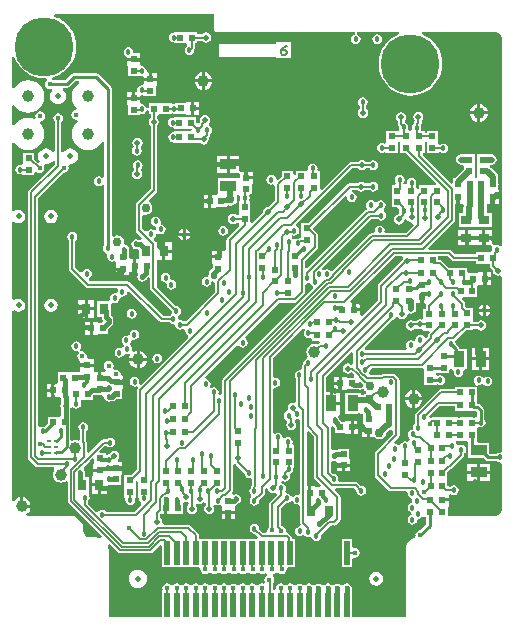
<source format=gbl>
G04*
G04 #@! TF.GenerationSoftware,Altium Limited,Altium Designer,19.1.7 (138)*
G04*
G04 Layer_Physical_Order=6*
G04 Layer_Color=16711680*
%FSLAX44Y44*%
%MOMM*%
G71*
G01*
G75*
%ADD13C,0.3000*%
%ADD14C,0.1778*%
%ADD15C,0.2540*%
%ADD16R,0.6000X0.5000*%
%ADD17R,0.9500X0.8000*%
%ADD20R,1.4000X0.9500*%
%ADD21R,0.9500X1.4000*%
%ADD22R,0.5000X0.6000*%
%ADD65C,0.5000*%
%ADD79C,1.0000*%
%ADD87C,0.4064*%
%ADD88C,0.5080*%
%ADD91C,0.1796*%
%ADD92C,0.3810*%
%ADD93C,0.4572*%
%ADD100C,5.0000*%
%ADD101C,0.4500*%
%ADD102C,0.4572*%
%ADD103C,0.7620*%
%ADD104C,0.5080*%
%ADD109R,0.5000X2.0000*%
%ADD110R,0.8000X0.9500*%
%ADD111R,0.3810X0.2000*%
%ADD112C,0.1270*%
%ADD113R,0.6096X0.7321*%
G36*
X91651Y465500D02*
X91858Y464459D01*
X92447Y463577D01*
X93329Y462988D01*
X94370Y462781D01*
X211117D01*
X211292Y461003D01*
X211009Y460946D01*
X210414Y460828D01*
X209070Y459930D01*
X208172Y458586D01*
X207856Y457000D01*
X208172Y455414D01*
X209070Y454070D01*
X210414Y453172D01*
X212000Y452856D01*
X213586Y453172D01*
X214930Y454070D01*
X215828Y455414D01*
X216144Y457000D01*
X215828Y458586D01*
X214930Y459930D01*
X213586Y460828D01*
X212991Y460946D01*
X212708Y461003D01*
X212883Y462781D01*
X248284D01*
X248638Y461003D01*
X246056Y459933D01*
X242462Y457731D01*
X239257Y454994D01*
X236519Y451789D01*
X234317Y448195D01*
X232704Y444301D01*
X231720Y440202D01*
X231389Y436000D01*
X231720Y431798D01*
X232704Y427700D01*
X234317Y423806D01*
X236519Y420212D01*
X239257Y417007D01*
X242462Y414269D01*
X246056Y412067D01*
X249950Y410454D01*
X254048Y409470D01*
X258250Y409139D01*
X262452Y409470D01*
X266551Y410454D01*
X270445Y412067D01*
X274039Y414269D01*
X277244Y417007D01*
X279981Y420212D01*
X282183Y423806D01*
X283796Y427700D01*
X284780Y431798D01*
X285111Y436000D01*
X284780Y440202D01*
X283796Y444301D01*
X282183Y448195D01*
X279981Y451789D01*
X277244Y454994D01*
X274039Y457731D01*
X270445Y459933D01*
X267863Y461003D01*
X268217Y462781D01*
X330500D01*
X330569Y462794D01*
X332531Y462404D01*
X334253Y461253D01*
X335404Y459531D01*
X335794Y457569D01*
X335781Y457500D01*
Y282235D01*
X334821Y281752D01*
X334003Y281549D01*
X332836Y282328D01*
X331250Y282644D01*
X329664Y282328D01*
X329569Y282264D01*
X327791Y283215D01*
X327791Y283442D01*
X327791D01*
X327791Y283537D01*
Y287480D01*
X321771D01*
Y282210D01*
X326429Y282210D01*
X326490D01*
X326490D01*
X326703Y282210D01*
X327024Y281608D01*
X327653Y280432D01*
X327422Y280086D01*
X327106Y278500D01*
X327195Y278056D01*
X325954Y276389D01*
X324222Y276278D01*
X322778D01*
Y276278D01*
X314222D01*
Y274719D01*
X296126D01*
X292841Y278005D01*
X291959Y278594D01*
X290918Y278801D01*
X274059D01*
X273379Y280444D01*
X295173Y302238D01*
X295762Y303120D01*
X295969Y304161D01*
Y317460D01*
X297480D01*
Y323000D01*
X300020D01*
Y317460D01*
X302188D01*
X302596Y317021D01*
X303345Y315682D01*
X303097Y314437D01*
Y309528D01*
X299221D01*
Y297972D01*
X312193D01*
X312277Y297972D01*
X313971D01*
X314055Y297972D01*
X327027D01*
Y309528D01*
X322903D01*
Y315913D01*
X323460Y317460D01*
X324681Y317460D01*
X327230D01*
Y323000D01*
X328500D01*
Y324270D01*
X333540D01*
Y328010D01*
X333540Y328540D01*
X332778Y330003D01*
X332778Y330318D01*
Y333624D01*
X332903Y334250D01*
X332863Y334451D01*
Y340040D01*
X332528Y341725D01*
X331573Y343153D01*
X326653Y348073D01*
X325536Y348820D01*
X325715Y350297D01*
X325832Y350598D01*
X327000D01*
X328685Y350933D01*
X330113Y351887D01*
X331068Y353315D01*
X331403Y355000D01*
X331068Y356685D01*
X330113Y358113D01*
X328685Y359068D01*
X327000Y359403D01*
X320000D01*
X319374Y359278D01*
X314972D01*
Y351056D01*
X314972Y350722D01*
Y349278D01*
X314972Y348944D01*
Y341077D01*
X314597Y340306D01*
X313907Y339385D01*
X313028Y339438D01*
Y340722D01*
X313028D01*
Y348944D01*
X313028Y349278D01*
Y350722D01*
X313028Y351056D01*
Y359278D01*
X308876D01*
X308250Y359403D01*
X301250D01*
X299565Y359068D01*
X298137Y358113D01*
X297183Y356685D01*
X296847Y355000D01*
X297183Y353315D01*
X298137Y351887D01*
X299565Y350933D01*
X301250Y350598D01*
X302365D01*
X303472Y349278D01*
X303472Y348820D01*
Y346868D01*
X295677Y339073D01*
X295647Y339028D01*
X294472D01*
Y336385D01*
X294387Y335960D01*
Y335305D01*
X292610Y334569D01*
X292609Y334569D01*
X268734Y358444D01*
X269305Y360222D01*
X270361D01*
Y368444D01*
X270361Y368778D01*
Y369691D01*
X271292Y370096D01*
X272222Y369691D01*
Y368778D01*
X272222Y368444D01*
Y360222D01*
X281778D01*
Y360677D01*
X282583Y361143D01*
X283556Y361412D01*
X284664Y360672D01*
X286250Y360356D01*
X287836Y360672D01*
X289180Y361570D01*
X290078Y362914D01*
X290394Y364500D01*
X290078Y366086D01*
X289180Y367430D01*
X287836Y368328D01*
X286250Y368644D01*
X284664Y368328D01*
X283556Y367588D01*
X282583Y367857D01*
X281778Y368323D01*
X281778Y368778D01*
Y370222D01*
X281778Y370556D01*
Y378778D01*
X272222D01*
Y377219D01*
X270361D01*
Y378778D01*
X268373D01*
X267377Y380339D01*
X267356Y380556D01*
X267644Y382000D01*
X267328Y383586D01*
X266934Y384176D01*
X267512Y385042D01*
X267719Y386083D01*
Y387922D01*
X268084Y388166D01*
X269030Y389581D01*
X269362Y391250D01*
X269030Y392919D01*
X268084Y394334D01*
X266669Y395280D01*
X265000Y395612D01*
X263331Y395280D01*
X261916Y394334D01*
X260970Y392919D01*
X260638Y391250D01*
X260970Y389581D01*
X261916Y388166D01*
X261664Y386370D01*
X261522Y386158D01*
X261387Y385476D01*
X260570Y384930D01*
X259672Y383586D01*
X259356Y382000D01*
X259666Y380444D01*
X259103Y379688D01*
X258593Y379037D01*
X257078Y379130D01*
X256302Y380625D01*
X256328Y380664D01*
X256644Y382250D01*
X256328Y383836D01*
X255430Y385180D01*
X254086Y386078D01*
X253859Y386558D01*
X253555Y387997D01*
X254280Y389081D01*
X254612Y390750D01*
X254280Y392419D01*
X253334Y393834D01*
X251919Y394780D01*
X250250Y395112D01*
X248581Y394780D01*
X247166Y393834D01*
X246220Y392419D01*
X245888Y390750D01*
X246220Y389081D01*
X247166Y387666D01*
X247531Y387422D01*
Y385256D01*
X247738Y384216D01*
X248327Y383333D01*
X248531Y383129D01*
X248356Y382250D01*
X248672Y380664D01*
X248884Y380347D01*
X249318Y378997D01*
X249266Y378875D01*
X247528Y378778D01*
Y378778D01*
X237972D01*
Y370556D01*
X237972Y370222D01*
Y368778D01*
X236194Y368339D01*
X235836Y368578D01*
X234250Y368894D01*
X232664Y368578D01*
X231320Y367680D01*
X230422Y366336D01*
X230106Y364750D01*
X230422Y363164D01*
X231320Y361820D01*
X232664Y360922D01*
X234250Y360606D01*
X235836Y360922D01*
X236194Y361161D01*
X237972Y360222D01*
Y360222D01*
X247528D01*
Y368444D01*
X247528Y368778D01*
Y369691D01*
X248458Y370096D01*
X249389Y369691D01*
Y368778D01*
X249389Y368444D01*
Y360222D01*
X254236D01*
X279787Y334671D01*
X279107Y333028D01*
X276556D01*
X276222Y333028D01*
Y333028D01*
X274778D01*
Y333028D01*
X265222D01*
Y329816D01*
X265056Y329705D01*
X263278Y330655D01*
Y333028D01*
X263278Y333028D01*
X263256Y334806D01*
X263394Y335500D01*
X263078Y337086D01*
X262180Y338430D01*
X260836Y339328D01*
X259250Y339644D01*
X257664Y339328D01*
X256320Y338430D01*
X255422Y337086D01*
X255106Y335500D01*
X255244Y334806D01*
X254674Y333965D01*
X252534Y333867D01*
X252141Y334294D01*
X252180Y334820D01*
X253078Y336164D01*
X253394Y337750D01*
X253078Y339336D01*
X252180Y340680D01*
X250836Y341578D01*
X249250Y341894D01*
X247664Y341578D01*
X246320Y340680D01*
X245422Y339336D01*
X245106Y337750D01*
X245422Y336164D01*
X246320Y334820D01*
X245406Y333317D01*
X245129Y333028D01*
X242472D01*
Y324806D01*
X242472Y324472D01*
Y323028D01*
X242472Y322694D01*
Y314472D01*
X247293D01*
X247673Y314158D01*
X248577Y312857D01*
X248356Y311750D01*
X248642Y310315D01*
X248622Y310079D01*
X247680Y308449D01*
X246831Y308280D01*
X245416Y307334D01*
X244470Y305919D01*
X244138Y304250D01*
X244470Y302581D01*
X245416Y301166D01*
X246831Y300220D01*
X248500Y299888D01*
X250169Y300220D01*
X251584Y301166D01*
X252530Y302581D01*
X252776Y303820D01*
X253634Y304537D01*
X254520Y304437D01*
X255564Y304190D01*
X256416Y302916D01*
X257831Y301970D01*
X259500Y301638D01*
X260848Y300167D01*
X260937Y299283D01*
X254680Y293025D01*
X237794D01*
X236355Y294803D01*
X236394Y295000D01*
X236078Y296586D01*
X235180Y297930D01*
X233836Y298828D01*
X232250Y299144D01*
X230664Y298828D01*
X229320Y297930D01*
X228422Y296586D01*
X228106Y295000D01*
X228146Y294803D01*
X226706Y293025D01*
X225707D01*
X224666Y292818D01*
X223784Y292229D01*
X192169Y260614D01*
X190890Y260740D01*
X189546Y261638D01*
X187960Y261954D01*
X186374Y261638D01*
X185877Y261306D01*
X183778Y261248D01*
X183597Y263507D01*
X224870Y304781D01*
X230679D01*
X230820Y304570D01*
X232164Y303672D01*
X233750Y303356D01*
X235336Y303672D01*
X236680Y304570D01*
X237578Y305914D01*
X237894Y307500D01*
X237578Y309086D01*
X236680Y310430D01*
X235844Y310989D01*
X235627Y312625D01*
X235722Y313046D01*
X236102Y313300D01*
X237000Y314644D01*
X237316Y316230D01*
X237000Y317816D01*
X236102Y319160D01*
X234758Y320058D01*
X233172Y320374D01*
X231586Y320058D01*
X230242Y319160D01*
X230097Y318943D01*
X227993Y318994D01*
X227691Y319445D01*
X226347Y320344D01*
X224761Y320659D01*
X223175Y320344D01*
X221831Y319445D01*
X220933Y318101D01*
X220617Y316515D01*
X220933Y314930D01*
X221040Y314769D01*
X221405Y313211D01*
X220587Y312490D01*
X220558Y312471D01*
X220558Y312471D01*
X170833Y262745D01*
X169190Y263426D01*
Y268845D01*
X179129Y278783D01*
X179718Y279665D01*
X179925Y280706D01*
Y291044D01*
X179718Y292085D01*
X179129Y292967D01*
X175528Y296568D01*
Y296932D01*
X203091Y324495D01*
X204730Y323619D01*
X204606Y323000D01*
X204922Y321414D01*
X205820Y320070D01*
X207164Y319172D01*
X208750Y318856D01*
X210336Y319172D01*
X211680Y320070D01*
X212578Y321414D01*
X212894Y323000D01*
X212578Y324586D01*
X211680Y325930D01*
X210336Y326828D01*
X209624Y326970D01*
X208674Y328750D01*
X208670Y328834D01*
X208938Y329281D01*
X213547D01*
X213791Y328916D01*
X215206Y327970D01*
X216875Y327638D01*
X218544Y327970D01*
X219959Y328916D01*
X220203Y329281D01*
X223929D01*
X224070Y329070D01*
X225414Y328172D01*
X227000Y327856D01*
X228586Y328172D01*
X229930Y329070D01*
X230828Y330414D01*
X231144Y332000D01*
X230828Y333586D01*
X229930Y334930D01*
X228586Y335828D01*
X227000Y336144D01*
X225414Y335828D01*
X224070Y334930D01*
X223929Y334719D01*
X220203D01*
X219959Y335084D01*
X218544Y336030D01*
X216875Y336362D01*
X215206Y336030D01*
X213791Y335084D01*
X213547Y334719D01*
X206750D01*
X205709Y334512D01*
X204827Y333923D01*
X204827Y333923D01*
X172182Y301278D01*
X165972D01*
Y293056D01*
X165972Y292722D01*
X165972D01*
Y291278D01*
X165972D01*
Y288796D01*
X165083D01*
X164042Y288589D01*
X163214Y288036D01*
X162814Y288116D01*
X161228Y287800D01*
X160758Y287486D01*
X158680Y287680D01*
X158091Y288073D01*
X157648Y290036D01*
X157706Y290306D01*
X158256Y290934D01*
X158422Y290936D01*
X160008Y290621D01*
X161593Y290936D01*
X162938Y291834D01*
X163836Y293179D01*
X164151Y294764D01*
X163836Y296350D01*
X162938Y297694D01*
X162206Y298183D01*
X161745Y300237D01*
X208987Y347479D01*
X214003D01*
X214247Y347114D01*
X215662Y346168D01*
X217331Y345836D01*
X219000Y346168D01*
X220415Y347114D01*
X220659Y347479D01*
X223731D01*
X223872Y347268D01*
X225216Y346370D01*
X226802Y346054D01*
X228388Y346370D01*
X229732Y347268D01*
X230630Y348612D01*
X230946Y350198D01*
X230630Y351784D01*
X229732Y353128D01*
X228388Y354026D01*
X226802Y354342D01*
X225216Y354026D01*
X223872Y353128D01*
X223731Y352917D01*
X220659D01*
X220415Y353282D01*
X219000Y354228D01*
X217331Y354560D01*
X215662Y354228D01*
X214247Y353282D01*
X214003Y352917D01*
X207861D01*
X207860Y352917D01*
X206820Y352710D01*
X205938Y352121D01*
X183171Y329354D01*
X181528Y330034D01*
Y335194D01*
X181528Y335528D01*
Y336972D01*
X181528Y337306D01*
Y345528D01*
X181075D01*
X179626Y347306D01*
X179661Y347483D01*
X179345Y349068D01*
X178447Y350413D01*
X177103Y351311D01*
X175517Y351626D01*
X173932Y351311D01*
X172587Y350413D01*
X171689Y349068D01*
X171374Y347483D01*
X171465Y347021D01*
X169960Y345528D01*
X161222D01*
Y341962D01*
X160806Y341679D01*
X159028Y342619D01*
Y345528D01*
X149472D01*
Y340818D01*
X146333Y337678D01*
X146197Y337684D01*
X144519Y338379D01*
X144328Y339336D01*
X143430Y340680D01*
X142086Y341578D01*
X140500Y341894D01*
X138914Y341578D01*
X137570Y340680D01*
X136672Y339336D01*
X136356Y337750D01*
X136672Y336164D01*
X137570Y334820D01*
X138914Y333922D01*
X140500Y333606D01*
X142086Y333922D01*
X143781Y332916D01*
Y320376D01*
X138094Y314689D01*
X137663Y314775D01*
X135994Y314443D01*
X134579Y313498D01*
X133633Y312083D01*
X133301Y310413D01*
X133387Y309983D01*
X124583Y301178D01*
X122805Y301915D01*
Y308417D01*
X122805Y308751D01*
Y310195D01*
X122805Y310529D01*
Y318751D01*
X122697D01*
X121747Y320529D01*
X121855Y320691D01*
X122170Y322277D01*
X121888Y323694D01*
X121937Y323986D01*
X122918Y325472D01*
X124055D01*
X124055Y333248D01*
X124817Y334710D01*
X124817Y335490D01*
Y338480D01*
X119277D01*
Y339750D01*
X118007D01*
Y344790D01*
X115318D01*
X113737Y344790D01*
X113662Y345438D01*
X113540Y346487D01*
Y349730D01*
X105270D01*
Y343710D01*
X111959D01*
X113540Y343710D01*
X113615Y343063D01*
X113737Y342014D01*
Y340409D01*
X112778Y339028D01*
X111959Y339028D01*
X95222D01*
Y326288D01*
X93847Y325000D01*
X93290Y325290D01*
X92510Y325290D01*
X89520D01*
Y319750D01*
Y314210D01*
X93290D01*
X94752Y314972D01*
X95068Y314972D01*
X102528D01*
Y315041D01*
X102907Y315421D01*
X104306Y316225D01*
X105987Y315891D01*
X108167Y316325D01*
X110015Y317560D01*
X111250Y319408D01*
X111684Y321589D01*
X111250Y323769D01*
X110966Y324194D01*
X111401Y325006D01*
X113476Y325117D01*
X114237Y324071D01*
X114190Y323822D01*
X113883Y322277D01*
X114198Y320691D01*
X114306Y320529D01*
X113356Y318751D01*
X113249D01*
Y310529D01*
X113249Y310195D01*
Y308751D01*
X112898Y308321D01*
X111084Y307834D01*
X109669Y308780D01*
X108000Y309112D01*
X106331Y308780D01*
X104916Y307834D01*
X103970Y306419D01*
X103638Y304750D01*
X103970Y303081D01*
X104916Y301666D01*
X106331Y300720D01*
X108000Y300388D01*
X109669Y300720D01*
X111067Y301654D01*
X111650Y301634D01*
X112782Y301570D01*
X113249Y300195D01*
D01*
X113370Y298465D01*
X103327Y288423D01*
X102738Y287541D01*
X102531Y286500D01*
Y278945D01*
X101274Y277688D01*
X100753Y277688D01*
X97004D01*
Y272648D01*
X95734D01*
Y271378D01*
X90194D01*
Y267608D01*
X90956Y266146D01*
X90956Y263864D01*
X88855Y261763D01*
X88013Y260502D01*
X87717Y259016D01*
Y258398D01*
X87620Y257910D01*
Y257815D01*
X87361Y256513D01*
X85754Y255646D01*
X85722Y255638D01*
X84164Y255328D01*
X82820Y254430D01*
X81922Y253086D01*
X81606Y251500D01*
X81922Y249914D01*
X82820Y248570D01*
X84164Y247672D01*
X85750Y247356D01*
X87336Y247672D01*
X88680Y248570D01*
X89578Y249914D01*
X89894Y251500D01*
X91504Y252369D01*
X92781Y250810D01*
Y242876D01*
X67934Y218029D01*
X66180Y217930D01*
X64836Y218828D01*
X63444Y219105D01*
X62471Y219585D01*
X61802Y219964D01*
X61584Y221059D01*
X61705Y221958D01*
X62439Y223325D01*
X63180Y223820D01*
X64078Y225164D01*
X64394Y226750D01*
X64078Y228336D01*
X63180Y229680D01*
X61836Y230578D01*
X60250Y230894D01*
X60001Y230844D01*
X43378Y247467D01*
Y270211D01*
X48230D01*
Y277501D01*
Y284791D01*
X42960D01*
X41673Y285975D01*
X41163Y286485D01*
X41465Y288698D01*
X41792Y288916D01*
X42690Y290260D01*
X42968Y291657D01*
X43735Y292162D01*
X44675Y292569D01*
X45404Y292082D01*
X46990Y291766D01*
X48576Y292082D01*
X49920Y292980D01*
X50818Y294324D01*
X51134Y295910D01*
X50818Y297496D01*
X49920Y298840D01*
X48576Y299738D01*
X48000Y299853D01*
X46902Y300686D01*
X46749Y301777D01*
X46896Y302515D01*
X46580Y304100D01*
X45682Y305445D01*
X44338Y306343D01*
X42752Y306658D01*
X41166Y306343D01*
X39822Y305445D01*
X38924Y304100D01*
X38609Y302515D01*
X38924Y300929D01*
X39822Y299585D01*
X41166Y298687D01*
X41743Y298572D01*
X42816Y297758D01*
X42809Y296049D01*
X42117Y295594D01*
X41177Y295187D01*
X40448Y295674D01*
X38862Y295990D01*
X37276Y295674D01*
X35932Y294776D01*
X35714Y294449D01*
X33501Y294147D01*
X31000Y296648D01*
Y307225D01*
X32778Y308345D01*
X34250Y308053D01*
X36430Y308486D01*
X38279Y309721D01*
X39514Y311570D01*
X39948Y313750D01*
X39514Y315930D01*
X38279Y317779D01*
X37031Y318612D01*
X36566Y320662D01*
X42923Y327019D01*
X42923Y327019D01*
X43512Y327901D01*
X43719Y328941D01*
X43719Y328942D01*
Y383635D01*
X44084Y383879D01*
X45030Y385294D01*
X45362Y386964D01*
X45030Y388633D01*
X44084Y390048D01*
X43776Y390254D01*
X43734Y391964D01*
X45278Y393222D01*
X46722D01*
X47056Y393222D01*
X55278D01*
Y393222D01*
X57056Y393994D01*
X57750Y393856D01*
X57944Y393895D01*
X59722Y393472D01*
Y393472D01*
X59722Y393472D01*
X67498Y393472D01*
X68960Y392710D01*
X69740Y392710D01*
X72730D01*
Y398250D01*
Y403790D01*
X68960D01*
X67498Y403028D01*
X67182Y403028D01*
X59722D01*
Y403028D01*
X57944Y402105D01*
X57750Y402144D01*
X57056Y402006D01*
X55278Y402778D01*
Y402778D01*
X47056D01*
X46722Y402778D01*
X45278D01*
X44944Y402778D01*
X36722D01*
Y399793D01*
X35811Y398393D01*
X35811Y398393D01*
Y398393D01*
X34944Y398307D01*
X34925Y398402D01*
X34789Y399085D01*
X33891Y400429D01*
X32547Y401328D01*
X31170Y401602D01*
X30956Y401649D01*
X29540Y403173D01*
Y405730D01*
X24000D01*
X18460D01*
Y401960D01*
X19222Y400498D01*
X19222Y400182D01*
Y392722D01*
X28778D01*
Y392722D01*
X30556Y393436D01*
X30961Y393356D01*
X32547Y393671D01*
X33891Y394570D01*
X34789Y395914D01*
X34925Y396597D01*
X34944Y396692D01*
X35811Y396606D01*
Y396606D01*
X35811Y396606D01*
X36722Y395206D01*
Y393222D01*
X38281D01*
Y390292D01*
X37916Y390048D01*
X36970Y388633D01*
X36638Y386964D01*
X36970Y385294D01*
X37916Y383879D01*
X38281Y383635D01*
Y330068D01*
X26358Y318145D01*
X25769Y317263D01*
X25562Y316222D01*
Y295522D01*
X25769Y294481D01*
X26358Y293599D01*
X31458Y288499D01*
X30508Y286934D01*
X29499Y287135D01*
X27552D01*
X26250Y287394D01*
X24664Y287078D01*
X23320Y286180D01*
X22422Y284836D01*
X22106Y283250D01*
X22422Y281664D01*
X23320Y280320D01*
X24664Y279422D01*
X26250Y279106D01*
X27265Y279308D01*
X28722Y278172D01*
X28722Y270971D01*
X27123Y270540D01*
X26270D01*
Y265000D01*
Y259460D01*
X26696D01*
X27646Y257682D01*
X27423Y257348D01*
X27108Y255763D01*
X27423Y254177D01*
X28321Y252833D01*
X29666Y251934D01*
X31251Y251619D01*
X32837Y251934D01*
X34181Y252833D01*
X34919Y253936D01*
X36162Y255179D01*
X37940Y254443D01*
Y246341D01*
X38147Y245300D01*
X38736Y244418D01*
X56156Y226999D01*
X56106Y226750D01*
X56324Y225655D01*
X56203Y224756D01*
X55469Y223389D01*
X54728Y222894D01*
X54587Y222683D01*
X48912D01*
X20673Y250923D01*
X19791Y251512D01*
X18750Y251719D01*
X-12952D01*
X-13790Y252730D01*
X-13800Y253003D01*
X-13476Y254715D01*
X-12570Y255320D01*
X-11672Y256664D01*
X-11356Y258250D01*
X-11672Y259836D01*
X-12570Y261180D01*
X-13914Y262078D01*
X-15500Y262394D01*
X-17086Y262078D01*
X-18430Y261180D01*
X-19287Y259897D01*
X-19341Y259832D01*
X-21240Y259336D01*
X-25395Y263490D01*
Y286409D01*
X-25184Y286550D01*
X-24286Y287894D01*
X-23970Y289480D01*
X-24286Y291066D01*
X-25184Y292410D01*
X-26528Y293308D01*
X-28114Y293624D01*
X-29700Y293308D01*
X-31044Y292410D01*
X-31942Y291066D01*
X-32258Y289480D01*
X-31942Y287894D01*
X-31044Y286550D01*
X-30833Y286409D01*
Y262364D01*
X-30626Y261323D01*
X-30037Y260441D01*
X-16673Y247077D01*
X-15791Y246488D01*
X-14750Y246281D01*
X9666D01*
X10662Y244602D01*
X10655Y244503D01*
X10366Y243046D01*
X10336Y242983D01*
X8806Y241682D01*
X8065Y241829D01*
X6479Y241514D01*
X5135Y240616D01*
X4236Y239271D01*
X3921Y237686D01*
X4096Y236807D01*
X3123Y235262D01*
X2814Y235029D01*
X-7028D01*
Y221973D01*
X-3167D01*
Y221312D01*
X-2871Y219825D01*
X-2029Y218565D01*
X-1649Y218185D01*
X-3069Y216765D01*
X-5351Y216765D01*
X-6813Y217527D01*
X-7593Y217527D01*
X-10583D01*
Y211987D01*
Y206447D01*
X-6813D01*
X-5351Y207209D01*
X-5035Y207209D01*
X2425D01*
Y211271D01*
X5527Y214373D01*
X6369Y215634D01*
X6665Y217120D01*
Y217948D01*
X6924Y219250D01*
X6608Y220836D01*
X5710Y222180D01*
X4606Y222917D01*
X4603Y222921D01*
Y226534D01*
X4528Y226909D01*
Y233022D01*
X6306Y233973D01*
X6479Y233857D01*
X8065Y233542D01*
X9650Y233857D01*
X10994Y234756D01*
X11893Y236100D01*
X12199Y237639D01*
X12229Y237703D01*
X13759Y239004D01*
X14500Y238856D01*
X16086Y239172D01*
X17430Y240070D01*
X18328Y241414D01*
X18601Y242788D01*
X19330Y243225D01*
X20345Y243559D01*
X45863Y218041D01*
X46745Y217452D01*
X47786Y217245D01*
X54587D01*
X54728Y217034D01*
X56072Y216136D01*
X57464Y215859D01*
X58437Y215379D01*
X59106Y215000D01*
X59215Y214455D01*
X59422Y213414D01*
X60320Y212070D01*
X61664Y211172D01*
X63250Y210856D01*
X64836Y211172D01*
X65374Y211531D01*
X66586Y211335D01*
X67856Y209750D01*
X68172Y208164D01*
X69070Y206820D01*
X69786Y206341D01*
X70241Y204281D01*
X29871Y163912D01*
X28490Y165045D01*
X28573Y165169D01*
X28889Y166755D01*
X28573Y168341D01*
X27675Y169685D01*
X26331Y170583D01*
X24745Y170899D01*
X23159Y170583D01*
X21815Y169685D01*
X20917Y168341D01*
X20601Y166755D01*
X20917Y165169D01*
X21815Y163825D01*
X23159Y162927D01*
X24745Y162611D01*
X26331Y162927D01*
X26455Y163010D01*
X27668Y161709D01*
X27079Y160826D01*
X26872Y159786D01*
Y92717D01*
X21932Y87778D01*
X16222D01*
Y79556D01*
X16222Y79222D01*
Y77778D01*
X16222Y77444D01*
Y69222D01*
X16222D01*
X17007Y67444D01*
X16856Y66688D01*
X17172Y65102D01*
X18070Y63758D01*
X19414Y62860D01*
X21000Y62544D01*
X22586Y62860D01*
X23930Y63758D01*
X24828Y65102D01*
X25144Y66688D01*
X24993Y67444D01*
X25778Y69222D01*
X25778D01*
Y77444D01*
X25778Y77778D01*
Y79222D01*
X25778Y79556D01*
Y82788D01*
X26194Y83071D01*
X27972Y82131D01*
Y79222D01*
X27972D01*
Y77778D01*
X27972D01*
Y69222D01*
X27972D01*
X28660Y67729D01*
X28922Y66414D01*
X29820Y65070D01*
X30159Y64844D01*
X30465Y62636D01*
X24651Y56821D01*
X531D01*
X390Y57032D01*
X-954Y57930D01*
X-2540Y58246D01*
X-4126Y57930D01*
X-5470Y57032D01*
X-7729Y56851D01*
X-14531Y63652D01*
Y65679D01*
X-14320Y65820D01*
X-13422Y67164D01*
X-13106Y68750D01*
X-13422Y70336D01*
X-14044Y71267D01*
X-14222Y72971D01*
X-14222Y72971D01*
Y86027D01*
X-17365D01*
Y87948D01*
X-17106Y89250D01*
X-17422Y90836D01*
X-18320Y92180D01*
X-18425Y94389D01*
X-13120Y99694D01*
X-12865Y100075D01*
X-11025Y101916D01*
X-9382Y101236D01*
X-9382Y98364D01*
X-10144Y96902D01*
X-10144Y96122D01*
Y93132D01*
X-4604D01*
Y90592D01*
X-10144D01*
Y86822D01*
X-11540Y86791D01*
Y80771D01*
X-5000D01*
Y79501D01*
X-3730D01*
Y72211D01*
X1540D01*
Y78972D01*
X2909Y80077D01*
X4088Y79808D01*
Y79808D01*
X13644D01*
X13644Y87584D01*
X14406Y89046D01*
X14406Y89826D01*
Y92816D01*
X8866D01*
Y95356D01*
X14406D01*
Y99126D01*
X11106D01*
X10567Y100904D01*
X10584Y100916D01*
X11530Y102331D01*
X11862Y104000D01*
X11530Y105669D01*
X10584Y107084D01*
X9169Y108030D01*
X7500Y108362D01*
X5831Y108030D01*
X4416Y107084D01*
X3470Y105669D01*
X3428Y105457D01*
X1620Y104879D01*
X520Y105523D01*
X174Y105888D01*
Y106140D01*
X-4478D01*
X-5158Y107783D01*
X-626Y112315D01*
X1134Y112386D01*
X2478Y111488D01*
X4064Y111172D01*
X5650Y111488D01*
X6994Y112386D01*
X7892Y113730D01*
X8208Y115316D01*
X7892Y116902D01*
X6994Y118246D01*
X5650Y119144D01*
X4064Y119460D01*
X2478Y119144D01*
X1134Y118246D01*
X993Y118035D01*
X-1470D01*
X-2511Y117828D01*
X-3393Y117239D01*
X-3393Y117239D01*
X-13729Y106903D01*
X-15372Y107583D01*
Y114844D01*
X-15579Y115885D01*
X-16077Y116630D01*
Y125199D01*
X-15866Y125340D01*
X-14968Y126684D01*
X-14652Y128270D01*
X-14968Y129856D01*
X-15866Y131200D01*
X-17210Y132098D01*
X-18796Y132414D01*
X-20382Y132098D01*
X-21726Y131200D01*
X-22624Y129856D01*
X-22940Y128270D01*
X-22624Y126684D01*
X-21726Y125340D01*
X-21515Y125199D01*
Y118214D01*
X-23293Y117026D01*
X-23481Y117104D01*
X-25250Y117337D01*
X-27019Y117104D01*
X-27904Y116737D01*
X-29682Y117730D01*
Y122933D01*
X-29568Y123507D01*
Y130234D01*
X-29688Y130837D01*
Y137262D01*
X-29905D01*
Y144045D01*
X-29630Y144456D01*
X-29535Y144937D01*
X-27647Y145312D01*
X-27548Y145164D01*
X-26204Y144266D01*
X-24618Y143950D01*
X-23032Y144266D01*
X-21688Y145164D01*
X-20790Y146508D01*
X-20474Y148094D01*
X-20774Y149598D01*
X-20781Y149698D01*
X-20531Y151376D01*
X-19094D01*
X-18760Y151376D01*
X-10538D01*
Y155438D01*
X-10043Y155933D01*
X-5072D01*
X-4697Y156008D01*
X-2827D01*
X-1364Y154250D01*
X-1048Y152664D01*
X-150Y151320D01*
X1194Y150422D01*
X2780Y150106D01*
X4082Y150365D01*
X5750D01*
X7237Y150661D01*
X8497Y151503D01*
X9423Y152430D01*
X9535Y152452D01*
X14406D01*
Y161008D01*
X15168Y161690D01*
X15168D01*
Y165460D01*
X9628D01*
Y168000D01*
X15168D01*
Y171770D01*
X14214D01*
X13086Y173144D01*
X13107Y173250D01*
X12794Y174822D01*
X11904Y176154D01*
X10572Y177044D01*
X9000Y177357D01*
X7890Y177136D01*
X6822Y178347D01*
X6715Y178577D01*
X6842Y178768D01*
X7155Y180340D01*
X6842Y181912D01*
X5952Y183244D01*
X4620Y184134D01*
X3048Y184447D01*
X1476Y184134D01*
X144Y183244D01*
X-746Y181912D01*
X-1059Y180340D01*
X-746Y178768D01*
X144Y177436D01*
X641Y177104D01*
X101Y175326D01*
X-3334D01*
Y170286D01*
X-5874D01*
Y175326D01*
X-8314D01*
X-9954Y175660D01*
X-9954Y176832D01*
Y179430D01*
X-15494D01*
X-21034D01*
Y176759D01*
X-21326Y175564D01*
X-22598Y175144D01*
X-29650D01*
X-29984Y175144D01*
X-31428D01*
X-31762Y175144D01*
X-39984D01*
Y167084D01*
X-39984Y165588D01*
X-41645Y165306D01*
X-43084D01*
Y159766D01*
Y154226D01*
X-39314D01*
X-39223Y154273D01*
X-39220Y154274D01*
X-38738Y154185D01*
X-37415Y153210D01*
Y148205D01*
X-37690Y147794D01*
X-38022Y146125D01*
X-37690Y144456D01*
X-37415Y144045D01*
Y138697D01*
X-38244Y137262D01*
X-39688D01*
Y137262D01*
X-48244D01*
Y132101D01*
X-51631Y128714D01*
X-53110Y129008D01*
X-54696Y128692D01*
X-55193Y128360D01*
X-56971Y129311D01*
Y322434D01*
X-35468Y343936D01*
X-35250Y343893D01*
X-33678Y344206D01*
X-32346Y345096D01*
X-31456Y346428D01*
X-31143Y348000D01*
X-31381Y349196D01*
X-30654Y350347D01*
X-30157Y350829D01*
X-29750Y350775D01*
X-27993Y351006D01*
X-26355Y351684D01*
X-24949Y352763D01*
X-23870Y354169D01*
X-23192Y355807D01*
X-22961Y357564D01*
X-23192Y359321D01*
X-23870Y360959D01*
X-24949Y362365D01*
X-26355Y363443D01*
X-27993Y364122D01*
X-29750Y364353D01*
X-31507Y364122D01*
X-33145Y363443D01*
X-34551Y362365D01*
X-35503Y361124D01*
X-36058Y361130D01*
X-37281Y361618D01*
Y386973D01*
X-37096Y387096D01*
X-36206Y388428D01*
X-35893Y390000D01*
X-36206Y391572D01*
X-37096Y392904D01*
X-38428Y393794D01*
X-40000Y394107D01*
X-41572Y393794D01*
X-42904Y392904D01*
X-43794Y391572D01*
X-44107Y390000D01*
X-43794Y388428D01*
X-42904Y387096D01*
X-42719Y386973D01*
Y361815D01*
X-44497Y361358D01*
X-45269Y362365D01*
X-46675Y363443D01*
X-48313Y364122D01*
X-50070Y364353D01*
X-51827Y364122D01*
X-53464Y363443D01*
X-54871Y362365D01*
X-55950Y360959D01*
X-56628Y359321D01*
X-56859Y357564D01*
X-56628Y355807D01*
X-55950Y354169D01*
X-55508Y353594D01*
X-56848Y352419D01*
X-59992Y355564D01*
Y360814D01*
X-69548D01*
Y352258D01*
X-69548D01*
Y350814D01*
X-71326Y350534D01*
X-72056Y350680D01*
X-73642Y350364D01*
X-74986Y349466D01*
X-75884Y348122D01*
X-76200Y346536D01*
X-75884Y344950D01*
X-74986Y343606D01*
X-73642Y342708D01*
X-72056Y342392D01*
X-71326Y342538D01*
X-69548Y342258D01*
Y342258D01*
X-59992D01*
Y343823D01*
X-59370Y344249D01*
X-58214Y344611D01*
X-57198Y343932D01*
X-55626Y343619D01*
X-54054Y343932D01*
X-52722Y344822D01*
X-51832Y346154D01*
X-51519Y347726D01*
X-51832Y349298D01*
X-50739Y350863D01*
X-50070Y350775D01*
X-48313Y351006D01*
X-46675Y351684D01*
X-45269Y352763D01*
X-44497Y353770D01*
X-42719Y353313D01*
Y351016D01*
X-64661Y329075D01*
X-65250Y328193D01*
X-65457Y327152D01*
Y102878D01*
X-65250Y101837D01*
X-64661Y100955D01*
X-58783Y95077D01*
X-57901Y94488D01*
X-56860Y94281D01*
X-56860Y94281D01*
X-43797D01*
X-43030Y92503D01*
X-43671Y91668D01*
X-44353Y90019D01*
X-44587Y88250D01*
X-44353Y86481D01*
X-43671Y84832D01*
X-42584Y83416D01*
X-41168Y82329D01*
X-39519Y81646D01*
X-37750Y81413D01*
X-35981Y81646D01*
X-34332Y82329D01*
X-33704Y82811D01*
X-31926Y81934D01*
Y65862D01*
X-31719Y64821D01*
X-31130Y63939D01*
X-3154Y35963D01*
X-4161Y34456D01*
X-5215Y34892D01*
X-8000Y35259D01*
Y35219D01*
X-13500D01*
X-13569Y35206D01*
X-15531Y35596D01*
X-17253Y36747D01*
X-18404Y38469D01*
X-18794Y40431D01*
X-18781Y40500D01*
Y42500D01*
X-18741D01*
X-19108Y45285D01*
X-20182Y47880D01*
X-21892Y50108D01*
X-24121Y51818D01*
X-26715Y52892D01*
X-29500Y53259D01*
Y53219D01*
X-29500Y53219D01*
X-65939D01*
X-66848Y54809D01*
X-66839Y54997D01*
X-65372Y56122D01*
X-64164Y57698D01*
X-63404Y59532D01*
X-63312Y60230D01*
X-70750D01*
Y61500D01*
X-72020D01*
Y68938D01*
X-72718Y68846D01*
X-74552Y68086D01*
X-76128Y66878D01*
X-77003Y65737D01*
X-78781Y66258D01*
Y226487D01*
X-78575Y226662D01*
X-77003Y227275D01*
X-75653Y226373D01*
X-73496Y225944D01*
X-71339Y226373D01*
X-69511Y227595D01*
X-68289Y229423D01*
X-67860Y231580D01*
X-68289Y233737D01*
X-69511Y235565D01*
X-71339Y236787D01*
X-73496Y237216D01*
X-75653Y236787D01*
X-77003Y235885D01*
X-78575Y236498D01*
X-78781Y236673D01*
Y301671D01*
X-78575Y301846D01*
X-77003Y302459D01*
X-75653Y301557D01*
X-73496Y301128D01*
X-71339Y301557D01*
X-69511Y302778D01*
X-68289Y304607D01*
X-67860Y306764D01*
X-68289Y308921D01*
X-69511Y310749D01*
X-71339Y311971D01*
X-73496Y312400D01*
X-75653Y311971D01*
X-77003Y311069D01*
X-78575Y311682D01*
X-78781Y311857D01*
Y368951D01*
X-78211Y369238D01*
X-77003Y369426D01*
X-75047Y366877D01*
X-72195Y364689D01*
X-68874Y363313D01*
X-65310Y362844D01*
X-61746Y363313D01*
X-58425Y364689D01*
X-55573Y366877D01*
X-53385Y369729D01*
X-52009Y373050D01*
X-51540Y376614D01*
X-52009Y380178D01*
X-53385Y383499D01*
X-55203Y385869D01*
X-55196Y386010D01*
X-54654Y387451D01*
X-54451Y387694D01*
X-53546Y387874D01*
X-52214Y388764D01*
X-51324Y390096D01*
X-51011Y391668D01*
X-51324Y393240D01*
X-52214Y394572D01*
X-53546Y395462D01*
X-55118Y395775D01*
X-56690Y395462D01*
X-58022Y394572D01*
X-58912Y393240D01*
X-59225Y391668D01*
X-59036Y390717D01*
X-60306Y389440D01*
X-60444Y389376D01*
X-61746Y389915D01*
X-65310Y390384D01*
X-68874Y389915D01*
X-72195Y388539D01*
X-75047Y386351D01*
X-77003Y383802D01*
X-78211Y383990D01*
X-78781Y384277D01*
Y400701D01*
X-78211Y400988D01*
X-77003Y401176D01*
X-75047Y398627D01*
X-72195Y396439D01*
X-68874Y395063D01*
X-65310Y394594D01*
X-61746Y395063D01*
X-58425Y396439D01*
X-55573Y398627D01*
X-53385Y401479D01*
X-52009Y404800D01*
X-51540Y408364D01*
X-52009Y411928D01*
X-53385Y415249D01*
X-55573Y418101D01*
X-58425Y420289D01*
X-61746Y421665D01*
X-65310Y422134D01*
X-68874Y421665D01*
X-72195Y420289D01*
X-75047Y418101D01*
X-77003Y415552D01*
X-78211Y415740D01*
X-78781Y416027D01*
Y441808D01*
X-77046Y442200D01*
X-75433Y438305D01*
X-73231Y434712D01*
X-70493Y431507D01*
X-67288Y428769D01*
X-63695Y426567D01*
X-59800Y424954D01*
X-55702Y423970D01*
X-51500Y423639D01*
X-50102Y423749D01*
X-49500Y422013D01*
X-49894Y421750D01*
X-50784Y420418D01*
X-51097Y418846D01*
X-50784Y417274D01*
X-49894Y415942D01*
X-48562Y415052D01*
X-46990Y414739D01*
X-45418Y415052D01*
X-45277Y414971D01*
X-45055Y414263D01*
X-45014Y412769D01*
X-45789Y411759D01*
X-46468Y410121D01*
X-46699Y408364D01*
X-46468Y406607D01*
X-45789Y404969D01*
X-44711Y403563D01*
X-43305Y402485D01*
X-41667Y401806D01*
X-39910Y401575D01*
X-38153Y401806D01*
X-36515Y402485D01*
X-35109Y403563D01*
X-34030Y404969D01*
X-33352Y406607D01*
X-33121Y408364D01*
X-33352Y410121D01*
X-34030Y411759D01*
X-35109Y413165D01*
X-36146Y413960D01*
X-35788Y415556D01*
X-35687Y415738D01*
X-32654D01*
X-31465Y415975D01*
X-30457Y416648D01*
X-25404Y421701D01*
X-22475D01*
X-21873Y419923D01*
X-24247Y418101D01*
X-26435Y415249D01*
X-27811Y411928D01*
X-28280Y408364D01*
X-27811Y404800D01*
X-26435Y401479D01*
X-24247Y398627D01*
X-24146Y398550D01*
X-24643Y397158D01*
X-24838Y396839D01*
X-26322Y396544D01*
X-27654Y395654D01*
X-28544Y394322D01*
X-28857Y392750D01*
X-28544Y391178D01*
X-27654Y389846D01*
X-26322Y388956D01*
X-24750Y388643D01*
X-23981Y388796D01*
X-23228Y387133D01*
X-24247Y386351D01*
X-26435Y383499D01*
X-27811Y380178D01*
X-28280Y376614D01*
X-27811Y373050D01*
X-26435Y369729D01*
X-24247Y366877D01*
X-21395Y364689D01*
X-18074Y363313D01*
X-14510Y362844D01*
X-10946Y363313D01*
X-7625Y364689D01*
X-4773Y366877D01*
X-2585Y369729D01*
X-2560Y369789D01*
X-782Y369435D01*
Y340204D01*
X-2560Y339664D01*
X-2570Y339680D01*
X-3914Y340578D01*
X-5500Y340894D01*
X-7086Y340578D01*
X-8430Y339680D01*
X-9328Y338336D01*
X-9644Y336750D01*
X-9328Y335164D01*
X-8430Y333820D01*
X-7086Y332922D01*
X-5500Y332606D01*
X-3914Y332922D01*
X-2570Y333820D01*
X-2560Y333836D01*
X-782Y333296D01*
Y282662D01*
X-898Y282584D01*
X-1796Y281240D01*
X-2112Y279654D01*
X-1796Y278068D01*
X-898Y276724D01*
X446Y275826D01*
X740Y275767D01*
X1892Y274372D01*
X1830Y273876D01*
X1606Y272750D01*
X1922Y271164D01*
X2820Y269820D01*
X4164Y268922D01*
X5750Y268606D01*
X7336Y268922D01*
X8919Y267842D01*
X9172Y267180D01*
X9172Y266400D01*
Y263410D01*
X14712D01*
Y262140D01*
X15982D01*
Y257100D01*
X20252D01*
Y259460D01*
X23730D01*
Y265000D01*
Y270540D01*
X21106D01*
X19739Y272226D01*
X19815Y272608D01*
X19729Y273038D01*
X19787Y273331D01*
Y276883D01*
X19828Y276944D01*
X20144Y278530D01*
X19828Y280116D01*
X18930Y281460D01*
X17586Y282358D01*
X17229Y282429D01*
X15836Y284277D01*
X15825Y284383D01*
X15948Y285000D01*
X15514Y287180D01*
X14279Y289029D01*
X12430Y290264D01*
X10250Y290697D01*
X8070Y290264D01*
X7212Y289690D01*
X5434Y290641D01*
Y414784D01*
X5197Y415973D01*
X4523Y416982D01*
X-5501Y427006D01*
X-6509Y427680D01*
X-7699Y427916D01*
X-26692D01*
X-27881Y427680D01*
X-28889Y427006D01*
X-33941Y421954D01*
X-44021D01*
X-44809Y422739D01*
X-44369Y424673D01*
X-43200Y424954D01*
X-39306Y426567D01*
X-35712Y428769D01*
X-32506Y431507D01*
X-29769Y434712D01*
X-27567Y438305D01*
X-25954Y442200D01*
X-24970Y446298D01*
X-24639Y450500D01*
X-24970Y454702D01*
X-25954Y458800D01*
X-27567Y462695D01*
X-29769Y466288D01*
X-32506Y469493D01*
X-35712Y472231D01*
X-39306Y474433D01*
X-43200Y476046D01*
X-42808Y477781D01*
X91651D01*
Y465500D01*
D02*
G37*
G36*
X293077Y270077D02*
X293959Y269488D01*
X295000Y269281D01*
X314222D01*
Y266722D01*
X322778D01*
Y266722D01*
X324003D01*
X325781Y266193D01*
Y265000D01*
X325988Y263959D01*
X326577Y263077D01*
X328224Y261431D01*
X328138Y261000D01*
X328470Y259331D01*
X329416Y257916D01*
X330831Y256970D01*
X332500Y256638D01*
X334003Y256937D01*
X334289Y256891D01*
X335781Y255909D01*
Y108272D01*
X334003Y106852D01*
X333766Y106899D01*
X332181Y106583D01*
X331102Y105863D01*
X325532D01*
X324778Y106617D01*
Y115278D01*
X315584D01*
X314778Y116722D01*
Y125694D01*
X314778Y127472D01*
X316556Y128344D01*
X317750Y128106D01*
X319336Y128422D01*
X320680Y129320D01*
X321578Y130664D01*
X321894Y132250D01*
X321578Y133836D01*
X320858Y134914D01*
Y142498D01*
X320621Y143687D01*
X319947Y144696D01*
X316974Y147669D01*
X315965Y148343D01*
X314840Y148567D01*
Y151844D01*
X314840D01*
Y153186D01*
X314840D01*
X314840Y161397D01*
Y161455D01*
Y161455D01*
X314840Y162418D01*
X315797Y163755D01*
X315797D01*
X315797Y163755D01*
X317425Y164293D01*
X317562Y164320D01*
X318288Y164805D01*
X319010Y165167D01*
X320516Y164427D01*
X320666Y164202D01*
X322010Y163304D01*
X323596Y162988D01*
X325182Y163304D01*
X326526Y164202D01*
X327424Y165546D01*
X327740Y167132D01*
X327424Y168718D01*
X326526Y170062D01*
X325182Y170960D01*
X323596Y171276D01*
X322010Y170960D01*
X321284Y170475D01*
X320562Y170113D01*
X319056Y170853D01*
X318906Y171078D01*
X317562Y171976D01*
X315976Y172292D01*
X314390Y171976D01*
X313046Y171078D01*
X312148Y169734D01*
X311832Y168148D01*
X312148Y166562D01*
X312854Y165505D01*
X313046Y165218D01*
X314079Y164408D01*
X313801Y162757D01*
X313795Y162742D01*
X313229Y162742D01*
X313229Y162742D01*
X313197Y162742D01*
X306618D01*
X306284Y162742D01*
X304840D01*
X304506Y162742D01*
X296284D01*
Y160683D01*
X284266D01*
X283225Y160476D01*
X282343Y159887D01*
X262745Y140289D01*
X262156Y139407D01*
X261949Y138366D01*
Y130833D01*
X261738Y130692D01*
X260840Y129348D01*
X260524Y127762D01*
X260096Y126318D01*
X258510Y126002D01*
X257166Y125104D01*
X256268Y123760D01*
X255952Y122174D01*
X256268Y120588D01*
X257166Y119244D01*
X257257Y119184D01*
X258164Y118266D01*
X257520Y116641D01*
X255582Y115929D01*
X255332Y116096D01*
X253746Y116412D01*
X252160Y116096D01*
X250816Y115198D01*
X249918Y113854D01*
X249868Y113604D01*
X249051Y113278D01*
X247952Y113083D01*
X246836Y113828D01*
X245462Y114101D01*
X245025Y114830D01*
X244691Y115845D01*
X248380Y119534D01*
X248969Y120416D01*
X249176Y121457D01*
Y168349D01*
X248969Y169390D01*
X248380Y170272D01*
X245776Y172876D01*
X244894Y173465D01*
X243853Y173672D01*
X234953D01*
X233913Y173465D01*
X233170Y172969D01*
X224487D01*
X223638Y174747D01*
X224089Y175423D01*
X224404Y177009D01*
X225606Y178333D01*
X268062D01*
X268304Y178382D01*
X269900Y177337D01*
X270082Y177061D01*
Y174284D01*
X270082Y173950D01*
Y172506D01*
X270082Y172172D01*
Y163950D01*
X279638D01*
Y163950D01*
X281416Y164629D01*
X281878Y164320D01*
X283464Y164004D01*
X285050Y164320D01*
X286394Y165218D01*
X287292Y166562D01*
X287608Y168148D01*
X287292Y169734D01*
X286394Y171078D01*
X285050Y171976D01*
X283464Y172292D01*
X281878Y171976D01*
X281416Y171667D01*
X279898Y172313D01*
X279779Y174065D01*
X280004Y174249D01*
X281734Y174364D01*
Y174364D01*
X291290D01*
Y176686D01*
X292816Y177404D01*
X294260Y176597D01*
X294938Y175626D01*
X294814Y175006D01*
X295130Y173420D01*
X296028Y172076D01*
X297372Y171178D01*
X298958Y170862D01*
X300544Y171178D01*
X301888Y172076D01*
X302786Y173420D01*
X303102Y175006D01*
X302978Y175626D01*
X304219Y177404D01*
X305872D01*
Y194960D01*
X299805D01*
X299610Y195940D01*
X298936Y196949D01*
X296689Y199196D01*
X296436Y200468D01*
X296002Y201118D01*
X296679Y201571D01*
X305581Y210472D01*
X311278D01*
Y211897D01*
X314844D01*
X315166Y211416D01*
X316581Y210470D01*
X318250Y210138D01*
X319919Y210470D01*
X321334Y211416D01*
X322280Y212831D01*
X322612Y214500D01*
X322280Y216169D01*
X321334Y217584D01*
X319919Y218530D01*
X318250Y218862D01*
X316581Y218530D01*
X315166Y217584D01*
X315012Y217353D01*
X311528D01*
X311278Y219028D01*
Y220472D01*
X311278D01*
Y229028D01*
X306068D01*
X304719Y230376D01*
Y233000D01*
X304719Y233000D01*
X304512Y234041D01*
X303923Y234923D01*
X302016Y236829D01*
X302697Y238472D01*
X304694D01*
X305028Y238472D01*
Y238472D01*
X306472D01*
Y238472D01*
X315028D01*
Y247875D01*
X316233Y248577D01*
X316523Y248710D01*
X317240Y248710D01*
X320230D01*
Y254250D01*
Y259790D01*
X316460D01*
X314998Y259028D01*
X314682Y259028D01*
X307222D01*
X306028Y260312D01*
Y263278D01*
X297472D01*
X297472Y263278D01*
X296028D01*
Y263278D01*
X295694Y263278D01*
X290818D01*
X284923Y269173D01*
X284041Y269762D01*
X283000Y269969D01*
X281528D01*
Y273363D01*
X289792D01*
X293077Y270077D01*
D02*
G37*
G36*
X269270Y233710D02*
X270465D01*
X271466Y232077D01*
X271466Y231932D01*
X271281Y231000D01*
Y228778D01*
X269222D01*
Y220560D01*
X268118Y219578D01*
X267806Y219347D01*
X266263Y219654D01*
X264677Y219339D01*
X263333Y218440D01*
X263192Y218230D01*
X260990D01*
X260541Y218530D01*
X258872Y218862D01*
X257203Y218530D01*
X255788Y217584D01*
X254842Y216169D01*
X254510Y214500D01*
X254842Y212831D01*
X255788Y211416D01*
X257203Y210470D01*
X258872Y210138D01*
X260541Y210470D01*
X261956Y211416D01*
X262006Y211491D01*
X262085Y211556D01*
X264370Y211887D01*
X264677Y211682D01*
X266263Y211367D01*
X267444Y211602D01*
X268742Y210888D01*
X269222Y210462D01*
Y210222D01*
X273874D01*
X274554Y208579D01*
X274071Y208096D01*
X273479Y207211D01*
X273272Y206167D01*
Y205500D01*
X271923Y204294D01*
X270063Y204637D01*
X269693Y205190D01*
X268349Y206088D01*
X266763Y206404D01*
X265177Y206088D01*
X263833Y205190D01*
X262935Y203846D01*
X262619Y202260D01*
X262635Y202180D01*
X261035Y201111D01*
X260336Y201578D01*
X258750Y201894D01*
X257164Y201578D01*
X255820Y200680D01*
X254922Y199336D01*
X254606Y197750D01*
X254922Y196164D01*
X255528Y195257D01*
X254982Y193778D01*
X254741Y193479D01*
X220315D01*
X220180Y193680D01*
X219999Y195939D01*
X243393Y219334D01*
X243836Y219422D01*
X245180Y220320D01*
X245886Y221377D01*
X247121Y221625D01*
X247878Y221597D01*
X248166Y221166D01*
X249581Y220220D01*
X251250Y219888D01*
X252919Y220220D01*
X254334Y221166D01*
X255280Y222581D01*
X255483Y223601D01*
X256812Y224510D01*
X257350Y224626D01*
X258750Y224347D01*
X260435Y224683D01*
X261863Y225637D01*
X262817Y227065D01*
X263153Y228750D01*
Y233710D01*
X266730D01*
Y238750D01*
X269270D01*
Y233710D01*
D02*
G37*
G36*
X252165Y271585D02*
X251720Y270919D01*
X251465Y269636D01*
X248170Y266341D01*
X248157Y266338D01*
X247275Y265749D01*
X231251Y249725D01*
X230662Y248843D01*
X230455Y247803D01*
Y235236D01*
X217568Y222350D01*
X215790Y223086D01*
Y226480D01*
X210750D01*
Y227750D01*
X209480D01*
Y233290D01*
X207895D01*
X207158Y235068D01*
X245453Y273363D01*
X251248D01*
X252165Y271585D01*
D02*
G37*
G36*
X168240Y211475D02*
X168818Y211162D01*
X168904Y210770D01*
X168130Y209612D01*
X167814Y208026D01*
X168130Y206440D01*
X169028Y205096D01*
X170372Y204198D01*
X171958Y203882D01*
X173348Y204159D01*
X173737Y204065D01*
X175126Y203117D01*
Y201748D01*
X181336D01*
X182248Y199970D01*
X182009Y199637D01*
X181668D01*
X180627Y199430D01*
X179745Y198841D01*
X179468Y198564D01*
X178769Y198854D01*
X177000Y199086D01*
X175231Y198854D01*
X173582Y198171D01*
X172166Y197084D01*
X171079Y195668D01*
X170396Y194019D01*
X170163Y192250D01*
X170396Y190481D01*
X171079Y188832D01*
X171423Y188383D01*
X170681Y186431D01*
X170164Y186328D01*
X168820Y185430D01*
X167922Y184086D01*
X167606Y182500D01*
X167656Y182251D01*
X167391Y181986D01*
X166801Y181104D01*
X166594Y180063D01*
Y177822D01*
X164816Y176514D01*
X164338Y176610D01*
X162752Y176294D01*
X161408Y175396D01*
X160510Y174052D01*
X160194Y172466D01*
X160510Y170880D01*
X161408Y169536D01*
X161619Y169395D01*
Y149954D01*
X159841Y148895D01*
X158750Y149112D01*
X157081Y148780D01*
X155666Y147834D01*
X154720Y146419D01*
X154388Y144750D01*
X154595Y143709D01*
X153862Y141750D01*
X152518Y140852D01*
X151620Y139508D01*
X151304Y137922D01*
X151620Y136336D01*
X152518Y134992D01*
X153345Y134439D01*
X153865Y133782D01*
X153877Y132278D01*
X153470Y131669D01*
X153138Y130000D01*
X153470Y128331D01*
X154416Y126916D01*
X155831Y125970D01*
X157500Y125638D01*
X159169Y125970D01*
X160584Y126916D01*
X161530Y128331D01*
X161862Y130000D01*
X161530Y131669D01*
X160584Y133084D01*
X160711Y134494D01*
X162254Y135617D01*
X162560Y135556D01*
X163253Y135694D01*
X165031Y134487D01*
Y72269D01*
X163253Y71062D01*
X162560Y71200D01*
X160974Y70884D01*
X159630Y69986D01*
X159177Y69308D01*
X157290Y69684D01*
X157244Y69912D01*
X156346Y71256D01*
X155002Y72154D01*
X153416Y72470D01*
X152344Y73239D01*
X152305Y73295D01*
X152064Y74014D01*
X152836Y75168D01*
X153151Y76754D01*
X152836Y78339D01*
X151937Y79684D01*
X150593Y80582D01*
X149784Y80743D01*
X149020Y81951D01*
X150331Y82470D01*
X152000Y82138D01*
X153669Y82470D01*
X155084Y83416D01*
X156030Y84831D01*
X156362Y86500D01*
X156220Y87212D01*
X156780Y89136D01*
X158124Y90034D01*
X159022Y91378D01*
X159312Y92837D01*
X160048Y94320D01*
X160048Y94320D01*
X160048Y94320D01*
Y102542D01*
X160048Y102876D01*
Y104320D01*
X160048Y104654D01*
Y112876D01*
X159488D01*
X159068Y113343D01*
X158343Y114654D01*
X158576Y115824D01*
X158260Y117410D01*
X157362Y118754D01*
X156018Y119652D01*
X154432Y119968D01*
X152846Y119652D01*
X151882Y119008D01*
X150699Y119446D01*
X150505Y119550D01*
X150155Y119829D01*
X149878Y121220D01*
X148980Y122564D01*
X147636Y123462D01*
X146050Y123778D01*
X144464Y123462D01*
X143608Y122890D01*
X142016Y123517D01*
X141830Y123678D01*
Y160435D01*
X143608Y161894D01*
X143757Y161864D01*
X145343Y162180D01*
X146687Y163078D01*
X147585Y164422D01*
X147901Y166008D01*
X147585Y167594D01*
X146687Y168938D01*
X145343Y169836D01*
X143757Y170152D01*
X143608Y170122D01*
X141830Y171581D01*
Y186689D01*
X166633Y211491D01*
X168240Y211475D01*
D02*
G37*
G36*
X173962Y249509D02*
X174616Y248530D01*
X175580Y247886D01*
X176131Y245923D01*
X99327Y169119D01*
X98738Y168237D01*
X98531Y167196D01*
Y157153D01*
X96872Y155937D01*
X95825Y156307D01*
X95776Y156402D01*
X96092Y157988D01*
X95776Y159574D01*
X94878Y160918D01*
X93534Y161816D01*
X91948Y162132D01*
X90362Y161816D01*
X89827Y161458D01*
X88545Y162740D01*
X88828Y163164D01*
X89144Y164750D01*
X88828Y166336D01*
X87930Y167680D01*
X86586Y168578D01*
X85000Y168894D01*
X84129Y170533D01*
X110915Y197319D01*
X113164Y197054D01*
X113320Y196820D01*
X114664Y195922D01*
X116250Y195606D01*
X117836Y195922D01*
X119180Y196820D01*
X120078Y198164D01*
X120394Y199750D01*
X120078Y201336D01*
X119180Y202680D01*
X118946Y202836D01*
X118681Y205085D01*
X147376Y233781D01*
X160250D01*
X161291Y233988D01*
X162173Y234577D01*
X168394Y240798D01*
X168983Y241680D01*
X169190Y242721D01*
Y248887D01*
X170916Y250356D01*
X172502Y250672D01*
X173962Y249509D01*
D02*
G37*
G36*
X210086Y191012D02*
Y181560D01*
X208334Y181084D01*
X206919Y182030D01*
X205250Y182362D01*
X203581Y182030D01*
X202166Y181084D01*
X201220Y179669D01*
X200888Y178000D01*
X201220Y176331D01*
X202166Y174916D01*
X203581Y173970D01*
X205250Y173638D01*
X206919Y173970D01*
X208334Y174916D01*
X208422Y174924D01*
X210199Y173147D01*
X210256Y172864D01*
X210769Y172096D01*
X210596Y171308D01*
X210186Y170318D01*
X205440Y170318D01*
X203978Y171080D01*
X203198Y171080D01*
X200208D01*
Y165540D01*
Y160000D01*
X203978D01*
X205440Y160762D01*
X208590Y160762D01*
X208741Y160661D01*
X210228Y160365D01*
X213978D01*
X215280Y160106D01*
X216866Y160422D01*
X217156Y160616D01*
X218729Y160797D01*
X219388Y160131D01*
X220163Y158971D01*
X220360Y158840D01*
X220326Y156724D01*
X219401Y156107D01*
X219326Y155995D01*
X216278D01*
Y157278D01*
X203222D01*
Y139722D01*
X216278D01*
Y139722D01*
X217804Y139113D01*
X218472Y138595D01*
Y132002D01*
X217710Y130540D01*
X217710Y130540D01*
X217710Y130540D01*
Y126770D01*
X223250D01*
Y125500D01*
X224520D01*
Y120460D01*
X227512D01*
X228059Y119641D01*
X229907Y118406D01*
X232087Y117973D01*
X234268Y118406D01*
X236116Y119641D01*
X237351Y121490D01*
X237654Y123010D01*
X240480Y125836D01*
X241935Y126126D01*
X241960Y126142D01*
X243738Y125192D01*
Y122583D01*
X229077Y107923D01*
X228488Y107041D01*
X228281Y106000D01*
Y87500D01*
X228488Y86459D01*
X229077Y85577D01*
X239632Y75022D01*
X240514Y74433D01*
X241555Y74226D01*
X254387D01*
X255856Y72500D01*
X256172Y70914D01*
X257070Y69570D01*
X258414Y68672D01*
X258425Y68670D01*
X259911Y67852D01*
X259716Y66738D01*
X259619Y66253D01*
X259717Y65762D01*
X259911Y64654D01*
X258426Y63830D01*
X258414Y63828D01*
X257070Y62930D01*
X256172Y61586D01*
X255856Y60000D01*
X256172Y58414D01*
X257070Y57070D01*
X258414Y56172D01*
X259087Y56038D01*
X259155Y55962D01*
X259443Y54389D01*
X259308Y54033D01*
X259244Y53993D01*
X258414Y53828D01*
X257070Y52930D01*
X256172Y51586D01*
X255856Y50000D01*
X256172Y48414D01*
X257070Y47070D01*
X258414Y46172D01*
X260000Y45856D01*
X261586Y46172D01*
X262930Y47070D01*
X263828Y48414D01*
X263993Y49244D01*
X264671Y50329D01*
X265756Y51007D01*
X266586Y51172D01*
X267930Y52070D01*
X268080Y52294D01*
X269688Y52435D01*
X271466Y52278D01*
Y46245D01*
X266341Y41120D01*
X265125Y40878D01*
X263793Y39988D01*
X262902Y38656D01*
X262590Y37084D01*
X262657Y36744D01*
X262266Y35105D01*
X261417Y34562D01*
X259620Y33818D01*
X257392Y32108D01*
X255682Y29880D01*
X254608Y27285D01*
X254241Y24500D01*
X254281D01*
Y-32281D01*
X208771D01*
Y-10220D01*
X208771D01*
X208511Y-8442D01*
X208600Y-7994D01*
X208288Y-6422D01*
X207397Y-5089D01*
X206065Y-4199D01*
X204494Y-3887D01*
X202922Y-4199D01*
X201590Y-5089D01*
X201563Y-5130D01*
X199424D01*
X199398Y-5089D01*
X198065Y-4199D01*
X196493Y-3887D01*
X194922Y-4199D01*
X193589Y-5089D01*
X193563Y-5130D01*
X191424D01*
X191397Y-5089D01*
X190065Y-4199D01*
X188493Y-3887D01*
X186922Y-4199D01*
X185590Y-5089D01*
X185563Y-5130D01*
X183424D01*
X183398Y-5089D01*
X182065Y-4199D01*
X180494Y-3887D01*
X178922Y-4199D01*
X177589Y-5089D01*
X177563Y-5130D01*
X175424D01*
X175397Y-5089D01*
X174065Y-4199D01*
X172493Y-3887D01*
X170922Y-4199D01*
X169590Y-5089D01*
X169563Y-5130D01*
X167424D01*
X167397Y-5089D01*
X166065Y-4199D01*
X164494Y-3887D01*
X162922Y-4199D01*
X161590Y-5089D01*
X161563Y-5130D01*
X159424D01*
X159397Y-5089D01*
X158065Y-4199D01*
X156494Y-3887D01*
X154922Y-4199D01*
X153589Y-5089D01*
X153563Y-5130D01*
X151424D01*
X151397Y-5089D01*
X150065Y-4199D01*
X148493Y-3887D01*
X146922Y-4199D01*
X145590Y-5089D01*
X144699Y-6422D01*
X144425Y-7798D01*
X144094Y-8228D01*
X142963Y-9134D01*
X141990Y-8814D01*
Y-3151D01*
X142544Y-2322D01*
X142857Y-750D01*
X142544Y822D01*
X141654Y2154D01*
X141648Y2158D01*
X142023Y4046D01*
X142829Y4206D01*
X144161Y5096D01*
X144313Y5324D01*
X146451D01*
X146603Y5096D01*
X147936Y4206D01*
X149507Y3893D01*
X151079Y4206D01*
X152411Y5096D01*
X153302Y6429D01*
X153614Y8000D01*
X153526Y8446D01*
X154842Y10224D01*
X160772D01*
Y33780D01*
X158051D01*
Y34669D01*
X157844Y35709D01*
X157254Y36591D01*
X157254Y36591D01*
X155923Y37923D01*
X155041Y38512D01*
X154544Y38611D01*
X153490Y39734D01*
X153106Y40497D01*
X153107Y40500D01*
X152794Y42072D01*
X151904Y43404D01*
X150572Y44294D01*
X149593Y44489D01*
X148769Y45313D01*
Y59834D01*
X153167Y64232D01*
X153416Y64182D01*
X155002Y64498D01*
X156346Y65396D01*
X156799Y66074D01*
X158686Y65698D01*
X158732Y65470D01*
X159630Y64126D01*
X160974Y63228D01*
X162560Y62912D01*
X163253Y63050D01*
X165031Y61844D01*
Y47555D01*
X165238Y46515D01*
X165431Y46226D01*
X165152Y45418D01*
X164653Y44576D01*
X164532Y44467D01*
X163260Y44214D01*
X161916Y43316D01*
X161018Y41972D01*
X160702Y40386D01*
X161018Y38800D01*
X161916Y37456D01*
X163260Y36558D01*
X164846Y36242D01*
X166432Y36558D01*
X166780Y36790D01*
X167803Y37433D01*
X169058Y36337D01*
X169070Y36320D01*
X170414Y35422D01*
X172000Y35106D01*
X173586Y35422D01*
X174983Y34217D01*
X175607Y33284D01*
X176951Y32385D01*
X178537Y32070D01*
X180122Y32385D01*
X181467Y33284D01*
X182365Y34628D01*
X182680Y36214D01*
X182506Y37088D01*
X190449Y45031D01*
X193500D01*
X194541Y45238D01*
X195423Y45827D01*
X198423Y48827D01*
X199012Y49709D01*
X199219Y50750D01*
X199219Y50750D01*
Y69000D01*
X199012Y70041D01*
X198423Y70923D01*
X198423Y70923D01*
X194457Y74888D01*
X195138Y76531D01*
X210708D01*
X212568Y74671D01*
X212518Y74422D01*
X212834Y72836D01*
X213732Y71492D01*
X215076Y70594D01*
X216662Y70278D01*
X218248Y70594D01*
X219592Y71492D01*
X220490Y72836D01*
X220806Y74422D01*
X220490Y76008D01*
X219592Y77352D01*
X218248Y78250D01*
X216662Y78566D01*
X216413Y78516D01*
X213757Y81173D01*
X212875Y81762D01*
X211834Y81969D01*
X198255D01*
X197194Y83747D01*
X197394Y84750D01*
X197078Y86336D01*
X196180Y87680D01*
X194836Y88578D01*
X193250Y88894D01*
X193001Y88844D01*
X191034Y90812D01*
Y98618D01*
X192812Y99944D01*
X193250Y99856D01*
X194432Y100091D01*
X195729Y99379D01*
X196210Y98952D01*
Y97270D01*
X201750D01*
X207290D01*
Y101040D01*
X206528Y102502D01*
X206528Y102818D01*
Y110278D01*
X196972D01*
Y109417D01*
X194919D01*
X193433Y109121D01*
X192812Y108706D01*
X191113Y109494D01*
X191034Y109585D01*
Y127936D01*
X190889Y128663D01*
X191737Y129414D01*
X192355Y129711D01*
X194660Y127406D01*
Y123424D01*
X202436Y123424D01*
X203898Y122662D01*
X204678Y122662D01*
X207668D01*
Y128202D01*
Y133742D01*
X203898D01*
X202436Y132980D01*
X200074Y132980D01*
X198254Y134799D01*
X198048Y135836D01*
X197150Y137180D01*
X197147Y137182D01*
X197686Y138960D01*
X198540D01*
Y147230D01*
X191250D01*
Y148500D01*
X189980D01*
Y158040D01*
X187060D01*
Y170501D01*
X208308Y191748D01*
X210086Y191012D01*
D02*
G37*
G36*
X296284Y142288D02*
X304506D01*
X304840Y142288D01*
X306284D01*
X306618Y142288D01*
X313565D01*
X314642Y141211D01*
Y137028D01*
X306556D01*
X306222Y137028D01*
X304778D01*
X304444Y137028D01*
X296222D01*
Y137028D01*
X295028D01*
Y137028D01*
X286806D01*
X286472Y137028D01*
X285028D01*
X284694Y137028D01*
X276472D01*
Y137028D01*
X275751Y136561D01*
X274365Y137129D01*
X274233Y137799D01*
X282464Y146031D01*
X296284D01*
Y142288D01*
D02*
G37*
G36*
X176781Y120124D02*
Y86000D01*
X176988Y84959D01*
X177577Y84077D01*
X182404Y79251D01*
X181723Y77608D01*
X179786D01*
X178324Y78370D01*
X178324Y78370D01*
X178324Y78370D01*
X174554D01*
Y72830D01*
X172014D01*
Y78370D01*
X170469D01*
Y124112D01*
X172112Y124792D01*
X176781Y120124D01*
D02*
G37*
G36*
X304444Y116722D02*
X304778Y116722D01*
X306416D01*
X307222Y115278D01*
Y102222D01*
X320383D01*
X322047Y100557D01*
X323056Y99884D01*
X324245Y99647D01*
X331102D01*
X332181Y98927D01*
X333766Y98611D01*
X334003Y98658D01*
X335781Y97238D01*
Y58500D01*
X335794Y58431D01*
X335404Y56469D01*
X334253Y54747D01*
X332531Y53596D01*
X330569Y53206D01*
X330500Y53219D01*
X290262D01*
Y60220D01*
X291024Y61682D01*
X291024Y61682D01*
X291024Y61682D01*
Y65452D01*
X285484D01*
Y67992D01*
X291024D01*
Y70679D01*
X292802Y71581D01*
X293414Y71172D01*
X295000Y70856D01*
X296586Y71172D01*
X297930Y72070D01*
X298828Y73414D01*
X299144Y75000D01*
X298828Y76586D01*
X297930Y77930D01*
X296586Y78828D01*
X295000Y79144D01*
X293414Y78828D01*
X292070Y77930D01*
X290439Y78650D01*
X289662Y79428D01*
Y82912D01*
X289662Y84690D01*
X289662Y85376D01*
Y90400D01*
X291921Y92660D01*
X292712Y92817D01*
X293594Y93406D01*
X303167Y102979D01*
X303756Y103861D01*
X303963Y104902D01*
Y106149D01*
X304174Y106290D01*
X305072Y107634D01*
X305388Y109220D01*
X305072Y110806D01*
X304174Y112150D01*
X302830Y113048D01*
X301244Y113364D01*
X299658Y113048D01*
X299408Y112881D01*
X297452Y113600D01*
X296554Y114944D01*
X297093Y116722D01*
X304444D01*
D02*
G37*
G36*
X110146Y97919D02*
X110238Y97459D01*
X110827Y96577D01*
X117656Y89749D01*
X117606Y89500D01*
X117922Y87914D01*
X118820Y86570D01*
X120164Y85672D01*
X121750Y85356D01*
X122448Y85495D01*
X124226Y84291D01*
Y79285D01*
X124083Y79143D01*
X123494Y78261D01*
X123311Y77340D01*
X123076Y77184D01*
X122178Y75839D01*
X121862Y74254D01*
X122178Y72668D01*
X123076Y71324D01*
X123390Y71114D01*
Y68976D01*
X123326Y68933D01*
X122428Y67589D01*
X122113Y66003D01*
X122428Y64418D01*
X123326Y63073D01*
X124670Y62175D01*
X126256Y61860D01*
X127842Y62175D01*
X129186Y63073D01*
X130084Y64418D01*
X130400Y66003D01*
X130267Y66669D01*
X134384Y70785D01*
X134973Y71667D01*
X135180Y72708D01*
Y75969D01*
X136064Y76649D01*
X137882Y75879D01*
X138041Y75081D01*
X138987Y73666D01*
X140402Y72720D01*
X142071Y72388D01*
X143740Y72720D01*
X145097Y71488D01*
X145160Y71282D01*
X139047Y65169D01*
X138458Y64287D01*
X138251Y63246D01*
Y43762D01*
X137456Y42572D01*
X137143Y41000D01*
X137193Y40747D01*
X135787Y38969D01*
X133376D01*
X130344Y42001D01*
X130394Y42250D01*
X130078Y43836D01*
X129180Y45180D01*
X127836Y46078D01*
X126250Y46394D01*
X124664Y46078D01*
X123320Y45180D01*
X122422Y43836D01*
X122106Y42250D01*
X122422Y40664D01*
X123320Y39320D01*
X124664Y38422D01*
X126250Y38106D01*
X126499Y38156D01*
X129097Y35558D01*
X128360Y33780D01*
X79213D01*
Y36756D01*
X79213Y36756D01*
X79006Y37797D01*
X78416Y38679D01*
X71923Y45173D01*
X71041Y45762D01*
X70000Y45969D01*
X49597D01*
X48262Y47747D01*
X48362Y48250D01*
X48030Y49919D01*
X47084Y51334D01*
X46719Y51578D01*
Y54460D01*
X49980D01*
Y60000D01*
X52520D01*
Y54460D01*
X56290D01*
Y54460D01*
X56972Y55222D01*
X65528D01*
Y64035D01*
X65802Y64409D01*
X67059Y65375D01*
X68250Y65138D01*
X68938Y65275D01*
X69887Y64615D01*
X70454Y63988D01*
X70318Y62186D01*
X70166Y62084D01*
X69220Y60669D01*
X68888Y59000D01*
X69220Y57331D01*
X70166Y55916D01*
X71581Y54970D01*
X73250Y54638D01*
X74919Y54970D01*
X76334Y55916D01*
X77280Y57331D01*
X77612Y59000D01*
X77280Y60669D01*
X76482Y61863D01*
X76721Y62999D01*
X78331Y63720D01*
X80000Y63388D01*
X81669Y63720D01*
X83084Y64666D01*
X84842Y64096D01*
Y62224D01*
X83970Y60919D01*
X83638Y59250D01*
X83970Y57581D01*
X84916Y56166D01*
X86331Y55220D01*
X88000Y54888D01*
X89669Y55220D01*
X91084Y56166D01*
X92030Y57581D01*
X92362Y59250D01*
X92030Y60919D01*
X91471Y61755D01*
X92753Y63037D01*
X93669Y62425D01*
X95255Y62110D01*
X96840Y62425D01*
X98373Y61311D01*
X98460Y61040D01*
X98460Y60260D01*
Y57270D01*
X104000D01*
X109540D01*
Y60260D01*
X109540Y61040D01*
X110593Y62382D01*
X110739Y62411D01*
X111999Y63253D01*
X112582Y63836D01*
X113685Y64573D01*
X114584Y65918D01*
X114899Y67503D01*
X114584Y69089D01*
X113685Y70433D01*
X112341Y71332D01*
X110755Y71647D01*
X109170Y71332D01*
X108589Y70944D01*
X107941Y71081D01*
X107365Y73019D01*
X107478Y73132D01*
X108067Y74014D01*
X108274Y75055D01*
Y96469D01*
X110052Y97937D01*
X110146Y97919D01*
D02*
G37*
G36*
X10530Y22279D02*
X11412Y21690D01*
X12453Y21483D01*
X12453Y21483D01*
X38133D01*
X39174Y21690D01*
X40056Y22279D01*
X46438Y28660D01*
X48215Y27924D01*
Y10224D01*
X79161D01*
X80476Y8446D01*
X80387Y7997D01*
X80699Y6425D01*
X81589Y5093D01*
X82922Y4202D01*
X84494Y3890D01*
X86065Y4202D01*
X87397Y5093D01*
X87424Y5133D01*
X89563D01*
X89590Y5093D01*
X90922Y4202D01*
X92493Y3890D01*
X94065Y4202D01*
X95398Y5093D01*
X95424Y5133D01*
X97563D01*
X97590Y5093D01*
X98922Y4202D01*
X100493Y3890D01*
X102065Y4202D01*
X103398Y5093D01*
X103556Y5331D01*
X105695D01*
X105851Y5096D01*
X107184Y4206D01*
X108755Y3893D01*
X110327Y4206D01*
X111659Y5096D01*
X113589Y5093D01*
X114922Y4202D01*
X116494Y3890D01*
X118065Y4202D01*
X119397Y5093D01*
X119557Y5331D01*
X121695D01*
X121852Y5096D01*
X123184Y4206D01*
X124756Y3893D01*
X126328Y4206D01*
X127660Y5096D01*
X127812Y5324D01*
X129951D01*
X130103Y5096D01*
X131435Y4206D01*
X133006Y3893D01*
X134578Y4206D01*
X135911Y5096D01*
X137037Y4484D01*
X137038Y4475D01*
X136523Y2606D01*
X135846Y2154D01*
X134956Y822D01*
X134643Y-750D01*
X134956Y-2322D01*
X135359Y-2925D01*
X134077Y-4207D01*
X134065Y-4199D01*
X132493Y-3887D01*
X130922Y-4199D01*
X129590Y-5089D01*
X129563Y-5130D01*
X127424D01*
X127397Y-5089D01*
X126065Y-4199D01*
X124494Y-3887D01*
X122922Y-4199D01*
X121589Y-5089D01*
X121563Y-5130D01*
X119424D01*
X119397Y-5089D01*
X118065Y-4199D01*
X116494Y-3887D01*
X114922Y-4199D01*
X113589Y-5089D01*
X113563Y-5130D01*
X111424D01*
X111397Y-5089D01*
X110065Y-4199D01*
X108493Y-3887D01*
X106922Y-4199D01*
X105590Y-5089D01*
X105563Y-5130D01*
X103424D01*
X103398Y-5089D01*
X102065Y-4199D01*
X100493Y-3887D01*
X98922Y-4199D01*
X97590Y-5089D01*
X97563Y-5130D01*
X95424D01*
X95398Y-5089D01*
X94065Y-4199D01*
X92493Y-3887D01*
X90922Y-4199D01*
X89590Y-5089D01*
X89563Y-5130D01*
X87424D01*
X87397Y-5089D01*
X86065Y-4199D01*
X84494Y-3887D01*
X82922Y-4199D01*
X81589Y-5089D01*
X81563Y-5130D01*
X79424D01*
X79398Y-5089D01*
X78065Y-4199D01*
X76494Y-3887D01*
X74922Y-4199D01*
X73590Y-5089D01*
X73563Y-5130D01*
X71424D01*
X71398Y-5089D01*
X70065Y-4199D01*
X68493Y-3887D01*
X66922Y-4199D01*
X65589Y-5089D01*
X65563Y-5130D01*
X63424D01*
X63397Y-5089D01*
X62065Y-4199D01*
X60493Y-3887D01*
X58922Y-4199D01*
X57590Y-5089D01*
X57563Y-5130D01*
X55424D01*
X55398Y-5089D01*
X54065Y-4199D01*
X52494Y-3887D01*
X50922Y-4199D01*
X49590Y-5089D01*
X48699Y-6422D01*
X48387Y-7994D01*
X48476Y-8442D01*
X48215Y-10220D01*
X48215D01*
X48215Y-10220D01*
Y-32281D01*
X2719D01*
Y24500D01*
X2759D01*
X2393Y27285D01*
X1956Y28339D01*
X3463Y29346D01*
X10530Y22279D01*
D02*
G37*
%LPC*%
G36*
X68722Y463028D02*
X67278D01*
X66944Y463028D01*
X58722D01*
Y463028D01*
X57244Y462303D01*
X56156Y462086D01*
X54812Y461188D01*
X53914Y459844D01*
X53598Y458258D01*
X53914Y456672D01*
X54812Y455328D01*
X56156Y454430D01*
X57236Y454215D01*
X58722Y453472D01*
X58722Y453472D01*
X58722Y453472D01*
X66944D01*
X67278Y453472D01*
X68722D01*
X69260Y453034D01*
X69334Y452722D01*
X69045Y450915D01*
X68320Y450430D01*
X67422Y449086D01*
X67106Y447500D01*
X67422Y445914D01*
X68320Y444570D01*
X69664Y443672D01*
X71250Y443356D01*
X72836Y443672D01*
X74180Y444570D01*
X75078Y445914D01*
X75394Y447500D01*
X75312Y447910D01*
X75512Y448209D01*
X75719Y449250D01*
Y453472D01*
X77278D01*
Y455531D01*
X81922D01*
X82166Y455166D01*
X83581Y454220D01*
X85250Y453888D01*
X86919Y454220D01*
X88334Y455166D01*
X89280Y456581D01*
X89612Y458250D01*
X89280Y459919D01*
X88334Y461334D01*
X86919Y462280D01*
X85250Y462612D01*
X83581Y462280D01*
X82166Y461334D01*
X81922Y460969D01*
X77278D01*
Y463028D01*
X69056D01*
X68722Y463028D01*
D02*
G37*
G36*
X230250Y460894D02*
X228664Y460578D01*
X227320Y459680D01*
X226422Y458336D01*
X226106Y456750D01*
X226422Y455164D01*
X227320Y453820D01*
X228664Y452922D01*
X230250Y452606D01*
X231836Y452922D01*
X233180Y453820D01*
X234078Y455164D01*
X234394Y456750D01*
X234078Y458336D01*
X233180Y459680D01*
X231836Y460578D01*
X230250Y460894D01*
D02*
G37*
G36*
X19558Y450168D02*
X17972Y449852D01*
X16628Y448954D01*
X15730Y447610D01*
X15414Y446024D01*
X15730Y444438D01*
X16628Y443094D01*
X17972Y442196D01*
X18460Y442099D01*
Y441270D01*
X24000D01*
X29540D01*
Y445040D01*
X24509D01*
X23702Y446024D01*
X23386Y447610D01*
X22488Y448954D01*
X21144Y449852D01*
X19558Y450168D01*
D02*
G37*
G36*
X157270Y454444D02*
X144730D01*
Y453000D01*
X96000D01*
Y442000D01*
X144730D01*
Y440730D01*
X157270D01*
Y454444D01*
D02*
G37*
G36*
X43540Y428040D02*
X39270D01*
Y424270D01*
X43540D01*
Y428040D01*
D02*
G37*
G36*
X29540Y438730D02*
X24000D01*
X18460D01*
X18460Y434960D01*
X19222Y433498D01*
X19222Y433182D01*
Y425722D01*
X28778D01*
X28778Y425722D01*
X30542Y425689D01*
X30961Y425606D01*
X31086Y425631D01*
X32460Y424503D01*
Y424270D01*
X36730D01*
Y428040D01*
X36577D01*
X35105Y429749D01*
X34789Y431335D01*
X33891Y432679D01*
X32547Y433578D01*
X30961Y433893D01*
X30868Y433875D01*
X29540Y435423D01*
X29540Y435740D01*
Y438730D01*
D02*
G37*
G36*
X84270Y428938D02*
Y422770D01*
X90438D01*
X90346Y423468D01*
X89586Y425303D01*
X88378Y426878D01*
X86803Y428086D01*
X84968Y428846D01*
X84270Y428938D01*
D02*
G37*
G36*
X81730Y428938D02*
X81032Y428846D01*
X79198Y428086D01*
X77622Y426878D01*
X76414Y425303D01*
X75654Y423468D01*
X75562Y422770D01*
X81730D01*
Y428938D01*
D02*
G37*
G36*
Y420230D02*
X75562D01*
X75654Y419532D01*
X76414Y417697D01*
X77622Y416122D01*
X79198Y414914D01*
X81032Y414154D01*
X81730Y414062D01*
Y420230D01*
D02*
G37*
G36*
X90438D02*
X84270D01*
Y414062D01*
X84968Y414154D01*
X86803Y414914D01*
X88378Y416122D01*
X89586Y417697D01*
X90346Y419532D01*
X90438Y420230D01*
D02*
G37*
G36*
X43540Y421730D02*
X38000D01*
X32460D01*
Y419283D01*
X30961Y417768D01*
X30777Y417731D01*
X29375Y417453D01*
X28031Y416554D01*
X27133Y415210D01*
X26817Y413624D01*
X26859Y413414D01*
X25731Y412040D01*
X25270D01*
Y408270D01*
X29540D01*
Y408362D01*
X30914Y409490D01*
X30961Y409481D01*
X31444Y409577D01*
X33222Y408722D01*
Y408722D01*
X42778D01*
X42778Y416498D01*
X43540Y417960D01*
X43540Y418740D01*
Y421730D01*
D02*
G37*
G36*
X22730Y412040D02*
X18460D01*
Y408270D01*
X22730D01*
Y412040D01*
D02*
G37*
G36*
X75270Y403790D02*
Y399520D01*
X79040D01*
Y403790D01*
X75270D01*
D02*
G37*
G36*
X317520Y401938D02*
Y395770D01*
X323688D01*
X323596Y396468D01*
X322836Y398302D01*
X321628Y399878D01*
X320052Y401086D01*
X318218Y401846D01*
X317520Y401938D01*
D02*
G37*
G36*
X314980Y401938D02*
X314282Y401846D01*
X312447Y401086D01*
X310872Y399878D01*
X309664Y398302D01*
X308904Y396468D01*
X308812Y395770D01*
X314980D01*
Y401938D01*
D02*
G37*
G36*
X79040Y396980D02*
X75270D01*
Y392710D01*
X79040D01*
Y396980D01*
D02*
G37*
G36*
X218000Y407644D02*
X216414Y407328D01*
X215070Y406430D01*
X214172Y405086D01*
X213856Y403500D01*
X214172Y401914D01*
X215070Y400570D01*
X215363Y400374D01*
Y397700D01*
X214998Y397456D01*
X214052Y396041D01*
X213720Y394372D01*
X214052Y392703D01*
X214998Y391288D01*
X216413Y390342D01*
X218082Y390010D01*
X219751Y390342D01*
X221166Y391288D01*
X222112Y392703D01*
X222444Y394372D01*
X222112Y396041D01*
X221166Y397456D01*
X220801Y397700D01*
Y400484D01*
X220930Y400570D01*
X221828Y401914D01*
X222144Y403500D01*
X221828Y405086D01*
X220930Y406430D01*
X219586Y407328D01*
X218000Y407644D01*
D02*
G37*
G36*
X314980Y393230D02*
X308812D01*
X308904Y392532D01*
X309664Y390698D01*
X310872Y389122D01*
X312447Y387914D01*
X314282Y387154D01*
X314980Y387062D01*
Y393230D01*
D02*
G37*
G36*
X323688D02*
X317520D01*
Y387062D01*
X318218Y387154D01*
X320052Y387914D01*
X321628Y389122D01*
X322836Y390698D01*
X323596Y392532D01*
X323688Y393230D01*
D02*
G37*
G36*
X84250Y392612D02*
X82581Y392280D01*
X81166Y391334D01*
X80220Y389919D01*
X79888Y388250D01*
X80119Y387092D01*
X79995Y386969D01*
X79406Y386087D01*
X77765Y385712D01*
X77589Y385720D01*
X77068Y386322D01*
Y390798D01*
X68846D01*
X68512Y390798D01*
X67068D01*
X66734Y390798D01*
X60160D01*
X58512Y390798D01*
X56953Y390337D01*
X55664Y390078D01*
X55571Y390015D01*
X54320Y389180D01*
X53422Y387836D01*
X53106Y386250D01*
X53422Y384664D01*
X54320Y383320D01*
X55664Y382422D01*
X57104Y382135D01*
X58512Y381242D01*
X58512Y381242D01*
X58512Y381242D01*
X66734D01*
X67068Y381242D01*
X68512D01*
X68846Y381242D01*
X72459D01*
X73031Y380536D01*
X72183Y378758D01*
X68846D01*
X68512Y378758D01*
X67068D01*
X66734Y378758D01*
X58512D01*
Y378758D01*
X57027Y378050D01*
X55914Y377828D01*
X54570Y376930D01*
X53672Y375586D01*
X53356Y374000D01*
X53672Y372414D01*
X54570Y371070D01*
X55914Y370172D01*
X57030Y369950D01*
X58512Y369202D01*
X58512Y369202D01*
X58512Y369202D01*
X66734D01*
X67068Y369202D01*
X68512D01*
X68846Y369202D01*
X77068D01*
Y369281D01*
X79922D01*
X80166Y368916D01*
X81581Y367970D01*
X83250Y367638D01*
X84919Y367970D01*
X86334Y368916D01*
X87280Y370331D01*
X87612Y372000D01*
X87402Y373056D01*
X88173Y373827D01*
X88762Y374709D01*
X88969Y375750D01*
X88969Y375750D01*
Y376840D01*
X89290Y377054D01*
X90188Y378398D01*
X90504Y379984D01*
X90188Y381570D01*
X89290Y382914D01*
X88227Y383624D01*
X87889Y384209D01*
X87677Y385678D01*
X88280Y386581D01*
X88612Y388250D01*
X88280Y389919D01*
X87334Y391334D01*
X85919Y392280D01*
X84250Y392612D01*
D02*
G37*
G36*
X27250Y373612D02*
X25581Y373280D01*
X24166Y372334D01*
X23220Y370919D01*
X22888Y369250D01*
X23220Y367581D01*
X24032Y366366D01*
Y365339D01*
X23821Y365198D01*
X22923Y363853D01*
X22608Y362268D01*
X22923Y360682D01*
X23821Y359338D01*
X25166Y358439D01*
X26751Y358124D01*
X28337Y358439D01*
X29681Y359338D01*
X30580Y360682D01*
X30895Y362268D01*
X30580Y363853D01*
X30414Y364101D01*
X30334Y366166D01*
X31280Y367581D01*
X31612Y369250D01*
X31280Y370919D01*
X30334Y372334D01*
X28919Y373280D01*
X27250Y373612D01*
D02*
G37*
G36*
X113540Y358290D02*
X105270D01*
Y352270D01*
X113540D01*
Y358290D01*
D02*
G37*
G36*
X102730D02*
X94460D01*
Y352270D01*
X102730D01*
Y358290D01*
D02*
G37*
G36*
Y349730D02*
X94460D01*
Y343710D01*
X102730D01*
Y349730D01*
D02*
G37*
G36*
X120547Y344790D02*
Y341020D01*
X124817D01*
Y344790D01*
X120547D01*
D02*
G37*
G36*
X27501Y354161D02*
X25916Y353845D01*
X24571Y352947D01*
X23673Y351603D01*
X23358Y350017D01*
X23673Y348431D01*
X24144Y347726D01*
X23916Y345834D01*
X22970Y344419D01*
X22638Y342750D01*
X22970Y341081D01*
X23916Y339666D01*
X25331Y338720D01*
X27000Y338388D01*
X28669Y338720D01*
X30084Y339666D01*
X31030Y341081D01*
X31362Y342750D01*
X31030Y344419D01*
X30084Y345834D01*
X30733Y347539D01*
X31330Y348431D01*
X31645Y350017D01*
X31330Y351603D01*
X30431Y352947D01*
X29087Y353845D01*
X27501Y354161D01*
D02*
G37*
G36*
X86980Y325290D02*
X83210D01*
Y321020D01*
X86980D01*
Y325290D01*
D02*
G37*
G36*
X333540Y321730D02*
X329770D01*
Y317460D01*
X333540D01*
Y321730D01*
D02*
G37*
G36*
X86980Y318480D02*
X83210D01*
Y314210D01*
X86980D01*
Y318480D01*
D02*
G37*
G36*
X-45996Y312400D02*
X-48153Y311971D01*
X-49981Y310749D01*
X-51203Y308921D01*
X-51632Y306764D01*
X-51203Y304607D01*
X-49981Y302778D01*
X-48153Y301557D01*
X-45996Y301128D01*
X-43839Y301557D01*
X-42010Y302778D01*
X-40789Y304607D01*
X-40360Y306764D01*
X-40789Y308921D01*
X-42010Y310749D01*
X-43839Y311971D01*
X-45996Y312400D01*
D02*
G37*
G36*
X68020Y296386D02*
Y292770D01*
X71636D01*
X71498Y293466D01*
X70384Y295134D01*
X68717Y296248D01*
X68020Y296386D01*
D02*
G37*
G36*
X65480D02*
X64784Y296248D01*
X63116Y295134D01*
X62002Y293466D01*
X61864Y292770D01*
X65480D01*
Y296386D01*
D02*
G37*
G36*
X99750Y298644D02*
X98164Y298328D01*
X96820Y297430D01*
X95922Y296086D01*
X95606Y294500D01*
X95922Y292914D01*
X96820Y291570D01*
X98164Y290672D01*
X99750Y290356D01*
X101336Y290672D01*
X102680Y291570D01*
X103578Y292914D01*
X103894Y294500D01*
X103578Y296086D01*
X102680Y297430D01*
X101336Y298328D01*
X99750Y298644D01*
D02*
G37*
G36*
X321771Y295290D02*
Y290020D01*
X327791D01*
Y295290D01*
X321771D01*
D02*
G37*
G36*
X304481D02*
X298461D01*
Y290020D01*
X304481D01*
Y295290D01*
D02*
G37*
G36*
X71636Y290230D02*
X68020D01*
Y286614D01*
X68717Y286752D01*
X70384Y287866D01*
X71498Y289534D01*
X71636Y290230D01*
D02*
G37*
G36*
X65480D02*
X61864D01*
X62002Y289534D01*
X63116Y287866D01*
X64784Y286752D01*
X65480Y286614D01*
Y290230D01*
D02*
G37*
G36*
X304481Y287480D02*
X298461D01*
Y282210D01*
X304481D01*
Y287480D01*
D02*
G37*
G36*
X313211Y295290D02*
X311433Y295290D01*
X307021D01*
Y288750D01*
Y282210D01*
X311433D01*
X313041Y282210D01*
X314819Y282210D01*
X319231D01*
Y288750D01*
Y295290D01*
X314819D01*
X313211Y295290D01*
D02*
G37*
G36*
X56040Y284791D02*
X50770D01*
Y278771D01*
X56040D01*
Y284791D01*
D02*
G37*
G36*
X94464Y277688D02*
X90194D01*
Y273918D01*
X94464D01*
Y277688D01*
D02*
G37*
G36*
X56040Y276231D02*
X50770D01*
Y270211D01*
X56040D01*
Y276231D01*
D02*
G37*
G36*
X13442Y260870D02*
X9172D01*
Y257100D01*
X13442D01*
Y260870D01*
D02*
G37*
G36*
X51000Y258960D02*
X49414Y258644D01*
X48070Y257746D01*
X47172Y256402D01*
X46856Y254816D01*
X47172Y253230D01*
X48070Y251886D01*
X49414Y250988D01*
X51000Y250672D01*
X51856Y249040D01*
X52172Y247454D01*
X53070Y246110D01*
X54414Y245212D01*
X56000Y244896D01*
X57586Y245212D01*
X58930Y246110D01*
X59828Y247454D01*
X60144Y249040D01*
X59828Y250626D01*
X58930Y251970D01*
X57586Y252868D01*
X56000Y253184D01*
X55144Y254816D01*
X54828Y256402D01*
X53930Y257746D01*
X52586Y258644D01*
X51000Y258960D01*
D02*
G37*
G36*
X-9710Y235789D02*
X-14980D01*
Y229769D01*
X-9710D01*
Y235789D01*
D02*
G37*
G36*
X-17520D02*
X-22790D01*
Y229769D01*
X-17520D01*
Y235789D01*
D02*
G37*
G36*
X-45996Y237216D02*
X-48153Y236787D01*
X-49981Y235565D01*
X-51203Y233737D01*
X-51632Y231580D01*
X-51203Y229423D01*
X-49981Y227595D01*
X-48153Y226373D01*
X-45996Y225944D01*
X-43839Y226373D01*
X-42010Y227595D01*
X-40789Y229423D01*
X-40360Y231580D01*
X-40789Y233737D01*
X-42010Y235565D01*
X-43839Y236787D01*
X-45996Y237216D01*
D02*
G37*
G36*
X-9710Y227229D02*
X-14980D01*
Y221209D01*
X-9710D01*
Y227229D01*
D02*
G37*
G36*
X-17520D02*
X-22790D01*
Y221209D01*
X-17520D01*
Y227229D01*
D02*
G37*
G36*
X22320Y228394D02*
X20734Y228078D01*
X19390Y227180D01*
X18492Y225836D01*
X18176Y224250D01*
X18492Y222664D01*
X19390Y221320D01*
X20734Y220422D01*
X22320Y220106D01*
X23906Y220422D01*
X25250Y221320D01*
X26148Y222664D01*
X26464Y224250D01*
X26148Y225836D01*
X25250Y227180D01*
X23906Y228078D01*
X22320Y228394D01*
D02*
G37*
G36*
X-13123Y217527D02*
X-16893D01*
Y213257D01*
X-13123D01*
Y217527D01*
D02*
G37*
G36*
Y210717D02*
X-16893D01*
Y206447D01*
X-13123D01*
Y210717D01*
D02*
G37*
G36*
X24500Y210644D02*
X22914Y210328D01*
X21570Y209430D01*
X20672Y208086D01*
X20500Y207224D01*
X19925Y206351D01*
X18660Y205915D01*
X17938Y206059D01*
X16352Y205744D01*
X15008Y204845D01*
X14110Y203501D01*
X13794Y201915D01*
X14110Y200329D01*
X15008Y198985D01*
X15570Y197430D01*
X14845Y196346D01*
X13524Y195090D01*
X11938Y195406D01*
X10352Y195090D01*
X9008Y194192D01*
X8110Y192848D01*
X7794Y191262D01*
X8110Y189676D01*
X9008Y188332D01*
X10352Y187434D01*
X11938Y187118D01*
X13524Y187434D01*
X14868Y188332D01*
X15593Y189417D01*
X16914Y190672D01*
X18500Y190356D01*
X19745Y190604D01*
X20407Y190114D01*
X20485Y190027D01*
X21010Y189181D01*
X20404Y187718D01*
X20312Y187020D01*
X26480D01*
Y193188D01*
X25782Y193096D01*
X23948Y192336D01*
X23886Y192289D01*
X22427Y193410D01*
X22644Y194500D01*
X22328Y196086D01*
X21430Y197430D01*
X20868Y198985D01*
X21236Y199535D01*
X21766Y200329D01*
X21938Y201191D01*
X22513Y202064D01*
X23778Y202500D01*
X24500Y202356D01*
X26086Y202672D01*
X27430Y203570D01*
X28328Y204914D01*
X28644Y206500D01*
X28328Y208086D01*
X27430Y209430D01*
X26086Y210328D01*
X24500Y210644D01*
D02*
G37*
G36*
X29020Y193188D02*
Y187020D01*
X35188D01*
X35096Y187718D01*
X34336Y189552D01*
X33128Y191128D01*
X31553Y192336D01*
X29718Y193096D01*
X29020Y193188D01*
D02*
G37*
G36*
X43942Y190580D02*
X42356Y190264D01*
X41012Y189366D01*
X40114Y188022D01*
X39798Y186436D01*
X40114Y184850D01*
X41012Y183506D01*
X42356Y182608D01*
X43942Y182292D01*
X45528Y182608D01*
X46872Y183506D01*
X47770Y184850D01*
X48086Y186436D01*
X47770Y188022D01*
X46872Y189366D01*
X45528Y190264D01*
X43942Y190580D01*
D02*
G37*
G36*
X-24500Y201144D02*
X-26086Y200828D01*
X-27430Y199930D01*
X-28328Y198586D01*
X-28644Y197000D01*
X-28328Y195414D01*
X-27430Y194070D01*
X-26086Y193172D01*
X-24500Y192856D01*
X-23333Y193088D01*
X-22640Y191414D01*
X-22654Y191404D01*
X-23544Y190072D01*
X-23857Y188500D01*
X-23544Y186928D01*
X-22654Y185596D01*
X-21322Y184706D01*
X-21034Y184648D01*
Y181970D01*
X-15494D01*
X-9954D01*
Y185740D01*
X-14774D01*
X-15838Y187518D01*
X-15643Y188500D01*
X-15956Y190072D01*
X-16846Y191404D01*
X-18178Y192294D01*
X-19750Y192607D01*
X-20903Y192378D01*
X-21596Y194053D01*
X-21570Y194070D01*
X-20672Y195414D01*
X-20356Y197000D01*
X-20672Y198586D01*
X-21570Y199930D01*
X-22914Y200828D01*
X-24500Y201144D01*
D02*
G37*
G36*
X26480Y184480D02*
X20312D01*
X20404Y183782D01*
X21164Y181947D01*
X22372Y180372D01*
X23948Y179164D01*
X25782Y178404D01*
X26480Y178312D01*
Y184480D01*
D02*
G37*
G36*
X35188D02*
X29020D01*
Y178312D01*
X29718Y178404D01*
X31553Y179164D01*
X33128Y180372D01*
X34336Y181947D01*
X35096Y183782D01*
X35188Y184480D01*
D02*
G37*
G36*
X-45624Y165306D02*
X-49394D01*
Y161036D01*
X-45624D01*
Y165306D01*
D02*
G37*
G36*
Y158496D02*
X-49394D01*
Y154226D01*
X-45624D01*
Y158496D01*
D02*
G37*
G36*
X-6270Y78231D02*
X-11540D01*
Y72211D01*
X-6270D01*
Y78231D01*
D02*
G37*
G36*
X-69480Y68938D02*
Y62770D01*
X-63312D01*
X-63404Y63468D01*
X-64164Y65303D01*
X-65372Y66878D01*
X-66947Y68086D01*
X-68782Y68846D01*
X-69480Y68938D01*
D02*
G37*
G36*
X322770Y259790D02*
Y255520D01*
X326540D01*
Y259790D01*
X322770D01*
D02*
G37*
G36*
X326540Y252980D02*
X322770D01*
Y248710D01*
X326540D01*
Y252980D01*
D02*
G37*
G36*
X322270Y232136D02*
Y228520D01*
X325886D01*
X325748Y229216D01*
X324634Y230884D01*
X322966Y231998D01*
X322270Y232136D01*
D02*
G37*
G36*
X319730D02*
X319034Y231998D01*
X317366Y230884D01*
X316252Y229216D01*
X316114Y228520D01*
X319730D01*
Y232136D01*
D02*
G37*
G36*
X325886Y225980D02*
X322270D01*
Y222364D01*
X322966Y222502D01*
X324634Y223616D01*
X325748Y225284D01*
X325886Y225980D01*
D02*
G37*
G36*
X319730D02*
X316114D01*
X316252Y225284D01*
X317366Y223616D01*
X319034Y222502D01*
X319730Y222364D01*
Y225980D01*
D02*
G37*
G36*
X325134Y195722D02*
X319114D01*
Y187452D01*
X325134D01*
Y195722D01*
D02*
G37*
G36*
X316574D02*
X310554D01*
Y187452D01*
X316574D01*
Y195722D01*
D02*
G37*
G36*
X325134Y184912D02*
X319114D01*
Y176642D01*
X325134D01*
Y184912D01*
D02*
G37*
G36*
X316574D02*
X310554D01*
Y176642D01*
X316574D01*
Y184912D01*
D02*
G37*
G36*
X262270Y159701D02*
Y153533D01*
X268438D01*
X268346Y154231D01*
X267586Y156066D01*
X266378Y157641D01*
X264802Y158849D01*
X262968Y159609D01*
X262270Y159701D01*
D02*
G37*
G36*
X259730Y159701D02*
X259032Y159609D01*
X257197Y158849D01*
X255622Y157641D01*
X254414Y156066D01*
X253654Y154231D01*
X253562Y153533D01*
X259730D01*
Y159701D01*
D02*
G37*
G36*
Y150993D02*
X253562D01*
X253654Y150295D01*
X254414Y148461D01*
X255622Y146885D01*
X257197Y145677D01*
X259032Y144917D01*
X259730Y144825D01*
Y150993D01*
D02*
G37*
G36*
X268438D02*
X262270D01*
Y144825D01*
X262968Y144917D01*
X264802Y145677D01*
X266378Y146885D01*
X267586Y148461D01*
X268346Y150295D01*
X268438Y150993D01*
D02*
G37*
G36*
X215790Y233290D02*
X212020D01*
Y229020D01*
X215790D01*
Y233290D01*
D02*
G37*
G36*
X197668Y171080D02*
X193898D01*
Y166810D01*
X197668D01*
Y171080D01*
D02*
G37*
G36*
Y164270D02*
X193898D01*
Y160000D01*
X197668D01*
Y164270D01*
D02*
G37*
G36*
X198540Y158040D02*
X192520D01*
Y149770D01*
X198540D01*
Y158040D01*
D02*
G37*
G36*
X210208Y133742D02*
Y129472D01*
X213978D01*
Y133742D01*
X210208D01*
D02*
G37*
G36*
X213978Y126932D02*
X210208D01*
Y122662D01*
X213978D01*
Y126932D01*
D02*
G37*
G36*
X221980Y124230D02*
X217710D01*
Y120460D01*
X221980D01*
Y124230D01*
D02*
G37*
G36*
X207290Y94730D02*
X203020D01*
Y90960D01*
X207290D01*
Y94730D01*
D02*
G37*
G36*
X200480D02*
X196210D01*
Y90960D01*
X200480D01*
Y94730D01*
D02*
G37*
G36*
X208771Y33780D02*
X200215D01*
Y10224D01*
X208771D01*
Y16837D01*
X210550Y18034D01*
X211248Y17895D01*
X212820Y18207D01*
X214152Y19098D01*
X215043Y20430D01*
X215355Y22002D01*
X215043Y23573D01*
X214152Y24906D01*
X212820Y25796D01*
X211248Y26109D01*
X210550Y25970D01*
X208771Y27167D01*
Y33780D01*
D02*
G37*
G36*
X229494Y5893D02*
X227239Y5444D01*
X225328Y4167D01*
X224051Y2256D01*
X223602Y2D01*
X224051Y-2253D01*
X225328Y-4164D01*
X227239Y-5441D01*
X229494Y-5890D01*
X231748Y-5441D01*
X233659Y-4164D01*
X234936Y-2253D01*
X235385Y2D01*
X234936Y2256D01*
X233659Y4167D01*
X231748Y5444D01*
X229494Y5893D01*
D02*
G37*
G36*
X325540Y97540D02*
X317270D01*
Y91520D01*
X325540D01*
Y97540D01*
D02*
G37*
G36*
X314730D02*
X306460D01*
Y91520D01*
X314730D01*
Y97540D01*
D02*
G37*
G36*
X325540Y88980D02*
X317270D01*
Y82960D01*
X325540D01*
Y88980D01*
D02*
G37*
G36*
X314730D02*
X306460D01*
Y82960D01*
X314730D01*
Y88980D01*
D02*
G37*
G36*
X109540Y54730D02*
X105270D01*
Y50960D01*
X109540D01*
Y54730D01*
D02*
G37*
G36*
X102730D02*
X98460D01*
Y50960D01*
X102730D01*
Y54730D01*
D02*
G37*
G36*
X27494Y7847D02*
X25463Y7579D01*
X23571Y6796D01*
X21946Y5549D01*
X20700Y3924D01*
X19916Y2032D01*
X19648Y2D01*
X19916Y-2029D01*
X20700Y-3921D01*
X21946Y-5546D01*
X23571Y-6792D01*
X25463Y-7576D01*
X27494Y-7843D01*
X29524Y-7576D01*
X31416Y-6792D01*
X33041Y-5546D01*
X34288Y-3921D01*
X35071Y-2029D01*
X35339Y2D01*
X35071Y2032D01*
X34288Y3924D01*
X33041Y5549D01*
X31416Y6796D01*
X29524Y7579D01*
X27494Y7847D01*
D02*
G37*
%LPD*%
D13*
X306250Y278500D02*
Y288750D01*
X305899Y288399D02*
X306250Y288750D01*
X298399Y288399D02*
X305899D01*
X267716Y230124D02*
Y240216D01*
X3000Y100750D02*
X3000Y100750D01*
X-3492Y100750D02*
X3000D01*
X-4604Y101862D02*
X-3492Y100750D01*
X61003Y66033D02*
Y66503D01*
X-15244Y166836D02*
Y170533D01*
X172212Y66212D02*
X172500Y66500D01*
X172212Y59288D02*
Y66212D01*
Y59288D02*
X174000Y57500D01*
X183284Y70970D02*
X187198Y67056D01*
X183284Y70970D02*
Y72830D01*
X60985Y66015D02*
X61003Y66033D01*
X-22272Y180700D02*
X-15494D01*
X172500Y66500D02*
X172767Y66767D01*
Y72313D01*
X173284Y72830D01*
X194220Y229250D02*
X194328Y229142D01*
X210750Y234142D02*
X215172D01*
X210750Y227750D02*
Y234142D01*
X198938Y159358D02*
Y165540D01*
X194328Y159358D02*
X198938D01*
X194220Y159250D02*
X194328Y159358D01*
X298750Y323000D02*
Y323500D01*
Y317000D02*
Y323000D01*
X320250Y280750D02*
X320358Y280858D01*
Y288608D01*
X320500Y288750D01*
X306250D02*
X320500D01*
X293250Y283250D02*
X298399Y288399D01*
X328597Y286500D02*
X328750D01*
X326517Y288580D02*
X328597Y286500D01*
X320670Y288580D02*
X326517D01*
X320500Y288750D02*
X320670Y288580D01*
X331000Y325500D02*
X333750D01*
X328500Y323000D02*
X331000Y325500D01*
X327250Y316000D02*
Y321750D01*
X328500Y323000D01*
X215172Y234142D02*
X215280Y234250D01*
X194328Y229142D02*
X199358D01*
X199500Y229000D01*
X200000D01*
X200750Y228250D01*
Y227750D02*
Y228250D01*
X321500Y248250D02*
Y254250D01*
Y260250D01*
X273892Y240892D02*
X274000Y241000D01*
X268392Y240892D02*
X273892D01*
X267716Y240216D02*
X268392Y240892D01*
X-17784Y164250D02*
Y164296D01*
X-15244Y166836D01*
X14962Y262140D02*
X15216Y261886D01*
X-4604Y91862D02*
X-3854Y92612D01*
X1016D01*
X1964Y93560D01*
X2254D01*
D14*
X283457Y68333D02*
X286845D01*
X285234Y66722D02*
X286845Y68333D01*
X285242Y66548D02*
X292354D01*
X285068Y66722D02*
X285234D01*
X284734D02*
X285068D01*
X285242Y66548D01*
X283457Y68333D02*
X285068Y66722D01*
X204494Y22002D02*
X211248D01*
X178537Y36214D02*
Y36964D01*
X172000Y39250D02*
Y43306D01*
X154000Y36000D02*
X155331Y34669D01*
Y23164D02*
Y34669D01*
Y23164D02*
X156494Y22002D01*
X146500Y36000D02*
X154000D01*
X146250Y36250D02*
X146500Y36000D01*
X132250Y36250D02*
X146250D01*
X126250Y42250D02*
X132250Y36250D01*
X140970Y41280D02*
Y63246D01*
Y41280D02*
X141250Y41000D01*
X124250Y8507D02*
X124756Y8000D01*
X132375Y8632D02*
X133006Y8000D01*
X140875Y8382D02*
X141257Y8000D01*
X140875Y8382D02*
Y21620D01*
X140493Y22002D02*
X140875Y21620D01*
X148625Y8882D02*
X149507Y8000D01*
X124250Y8507D02*
Y21758D01*
X132375Y8632D02*
Y21883D01*
X148625Y8882D02*
Y21870D01*
X108624Y8131D02*
X108755Y8000D01*
X100493Y7997D02*
Y22002D01*
X108624Y8131D02*
Y21871D01*
X116494Y7997D02*
Y22002D01*
X146050Y44187D02*
Y60960D01*
Y44187D02*
X149000Y41237D01*
Y40500D02*
Y41237D01*
X124250Y21758D02*
X124494Y22002D01*
X138750Y-750D02*
X139271Y-1271D01*
Y-20776D02*
Y-1271D01*
Y-20776D02*
X140493Y-21998D01*
X132375Y21883D02*
X132493Y22002D01*
X148493D02*
X148625Y21870D01*
X108493Y22002D02*
X108624Y21871D01*
X148493Y-21998D02*
Y-7994D01*
X94488Y73914D02*
X98664D01*
X95255Y66253D02*
X99867Y70866D01*
X92493Y7997D02*
Y22002D01*
X84494Y7997D02*
Y22002D01*
X164494Y-21998D02*
Y-7994D01*
X156494Y-21998D02*
Y-7994D01*
X132493Y-21998D02*
Y-7994D01*
X124494Y-21998D02*
Y-7994D01*
X116494Y-21998D02*
Y-7994D01*
X108493Y-21998D02*
Y-7994D01*
X100493Y-21998D02*
Y-7994D01*
X92493Y-21998D02*
Y-7994D01*
X84494Y-21998D02*
Y-7994D01*
X64452Y39750D02*
X68493Y35708D01*
X45061Y39750D02*
X64452D01*
X35817Y30507D02*
X45061Y39750D01*
X53798Y36250D02*
X57153Y32896D01*
X45871Y36250D02*
X53798D01*
X36871Y27250D02*
X45871Y36250D01*
X46431Y32500D02*
X49495D01*
X52494Y29502D01*
Y22002D02*
Y29502D01*
X38133Y24202D02*
X46431Y32500D01*
X12453Y24202D02*
X38133D01*
X-29207Y65862D02*
X12453Y24202D01*
X13715Y27250D02*
X36871D01*
X-26159Y67124D02*
X13715Y27250D01*
X44250Y43250D02*
X70000D01*
X34555Y33555D02*
X44250Y43250D01*
X29381Y33555D02*
X34555D01*
X32500Y38000D02*
Y54000D01*
X57153Y32843D02*
Y32896D01*
Y32843D02*
X60493Y29502D01*
Y22002D02*
Y29502D01*
X-17250Y62526D02*
X14769Y30507D01*
X35817D01*
X68493Y22002D02*
Y35708D01*
X76494Y22002D02*
Y36756D01*
X70000Y43250D02*
X76494Y36756D01*
X19854Y43082D02*
X29381Y33555D01*
X68493Y-21998D02*
Y-7994D01*
X76494Y-21998D02*
Y-7994D01*
X60493Y-21998D02*
Y-7994D01*
X52494Y-21998D02*
Y-7994D01*
X129117Y278159D02*
X150546Y299588D01*
X128409Y278159D02*
X129117D01*
X150546Y299588D02*
X157250D01*
X127591Y277341D02*
X128409Y278159D01*
X127591Y276633D02*
Y277341D01*
X122000Y278945D02*
X148231Y305176D01*
X122000Y255500D02*
Y278945D01*
X148231Y305176D02*
X154001D01*
X127588Y276630D02*
X127591Y276633D01*
X127588Y234075D02*
Y276630D01*
X80081Y74351D02*
Y75255D01*
X-59690Y104140D02*
Y323560D01*
X-62738Y102878D02*
Y327152D01*
Y102878D02*
X-56860Y97000D01*
X-62738Y327152D02*
X-40000Y349890D01*
X-59690Y104140D02*
X-57023Y101473D01*
X-59690Y323560D02*
X-35250Y348000D01*
X-57023Y101473D02*
X-26035D01*
X-56860Y97000D02*
X-32750D01*
X217676Y169516D02*
X224192Y163000D01*
X217157Y169516D02*
X217676D01*
X212768Y173905D02*
X217157Y169516D01*
X212768Y173905D02*
Y174424D01*
X209192Y178000D02*
X212768Y174424D01*
X218939Y172564D02*
X221252Y170250D01*
X218420Y172564D02*
X218939D01*
X215816Y175168D02*
X218420Y172564D01*
X215816Y175168D02*
Y175687D01*
X212805Y178697D02*
X215816Y175687D01*
X221252Y170250D02*
X234250D01*
X212805Y178697D02*
Y192591D01*
X205250Y178000D02*
X209192D01*
X4250Y100750D02*
X7500Y104000D01*
X3000Y100750D02*
X4250D01*
X133250Y255500D02*
Y263500D01*
X211834Y79250D02*
X216662Y74422D01*
X191925Y79250D02*
X211834D01*
X183479Y87696D02*
X191925Y79250D01*
X245750Y235000D02*
X246250D01*
X245250D02*
X245750D01*
X188314Y89686D02*
X193250Y84750D01*
X188314Y89686D02*
Y127936D01*
X183479Y87696D02*
Y125946D01*
X179515Y129910D02*
X183479Y125946D01*
X184341Y131909D02*
X188314Y127936D01*
X179500Y86000D02*
Y121250D01*
X288704Y75000D02*
X295000D01*
X285384Y78320D02*
X288704Y75000D01*
X266263Y214487D02*
Y215511D01*
X259882D02*
X266263D01*
X258872Y214500D02*
X259882Y215511D01*
X266263Y214487D02*
X266500Y214250D01*
X179515Y173626D02*
X238000Y232111D01*
X179515Y129910D02*
Y173626D01*
X184341Y171627D02*
X243639Y230925D01*
X184341Y131909D02*
Y171627D01*
X243639Y230925D02*
Y233389D01*
X174000Y174936D02*
X233174Y234110D01*
X174000Y169500D02*
Y174936D01*
X212805Y192591D02*
X242250Y222036D01*
X233174Y234110D02*
Y247803D01*
X238000Y232111D02*
Y245804D01*
X242250Y222036D02*
Y223250D01*
X105250Y286500D02*
X118027Y299277D01*
X105250Y261750D02*
Y286500D01*
X110736Y240931D02*
Y283486D01*
X140250Y313000D01*
X116324Y281171D02*
X145917Y310764D01*
X116324Y238616D02*
Y281171D01*
X196384Y219250D02*
X198384Y217250D01*
X207750D01*
X195628Y219250D02*
X196384D01*
X194077Y211328D02*
X194812D01*
X196083Y210057D01*
X200693D01*
X201250Y209500D01*
X189404Y206526D02*
Y206676D01*
X194056Y211328D01*
X171958Y208026D02*
X177904D01*
X179404Y206526D01*
X169314Y180063D02*
X171750Y182500D01*
X169314Y163687D02*
Y180063D01*
X72253Y74050D02*
Y80501D01*
X65261Y75675D02*
X65795Y75140D01*
Y72827D02*
Y75140D01*
Y72827D02*
X68250Y70372D01*
Y69500D02*
Y70372D01*
X72253Y80501D02*
X72858Y81106D01*
X72253Y74050D02*
X73750Y72554D01*
Y64667D02*
Y72554D01*
X73250Y64167D02*
X73750Y64667D01*
X73250Y59000D02*
Y64167D01*
X61206Y81106D02*
X62817Y79495D01*
X67250Y135500D02*
X72838Y141088D01*
X67250Y135000D02*
Y135500D01*
Y146000D02*
Y165834D01*
X53250Y142000D02*
X57250Y146000D01*
X52070Y133350D02*
X55639D01*
X57250Y134961D01*
Y135000D01*
X51500Y123574D02*
X51672Y123746D01*
X56996D01*
X57250Y124000D01*
X67250D02*
X74000D01*
X51500Y118000D02*
X51884Y117617D01*
Y113366D02*
Y117617D01*
Y113366D02*
X52500Y112750D01*
X87122Y74684D02*
X87561Y74245D01*
Y59689D02*
Y74245D01*
Y59689D02*
X88000Y59250D01*
X53165Y74851D02*
X53921D01*
X44000Y55750D02*
X46250Y58000D01*
X44000Y48250D02*
Y55750D01*
X46250Y58000D02*
Y68264D01*
X52663Y74676D01*
X53340D01*
X45662Y82762D02*
Y152149D01*
X43202Y80302D02*
X45662Y82762D01*
X43202Y64702D02*
Y80302D01*
X40074Y83999D02*
Y154464D01*
X38376Y82301D02*
X40074Y83999D01*
X38376Y66701D02*
Y82301D01*
X25777Y54102D02*
X38376Y66701D01*
X32500Y54000D02*
X43202Y64702D01*
X40074Y154464D02*
X43176Y157566D01*
X45662Y152149D02*
X127588Y234075D01*
X89250Y96018D02*
X94162Y91106D01*
X94662D01*
X89250Y96018D02*
Y104250D01*
X64726Y76209D02*
X65261Y75675D01*
X64726Y76209D02*
Y77586D01*
X64067Y78245D02*
X64726Y77586D01*
X64067Y78245D02*
Y79495D01*
X62456Y81106D02*
X64067Y79495D01*
X61956Y81106D02*
X62456D01*
X87122Y74684D02*
X87740D01*
X94162Y81106D01*
X94662D01*
X80081Y75255D02*
X80291Y75465D01*
X79756Y74930D02*
X80081Y75255D01*
Y75868D01*
X80291Y75465D02*
Y78136D01*
X83260Y81106D01*
X83760D01*
X72858Y91106D02*
X74000Y92248D01*
Y100500D01*
X81750Y92717D02*
Y106000D01*
Y92717D02*
X83361Y91106D01*
X83760D01*
X105555Y75055D02*
Y167191D01*
X101366Y70866D02*
X105555Y75055D01*
X99867Y70866D02*
X101366D01*
X101250Y76500D02*
Y167196D01*
X98664Y73914D02*
X101250Y76500D01*
X154432Y109436D02*
X155270Y108598D01*
X154432Y109436D02*
Y115824D01*
X155194Y92964D02*
Y98522D01*
X155270Y98598D01*
X258438Y83312D02*
X261366D01*
X254936Y86814D02*
X258438Y83312D01*
X254428Y86814D02*
X254936D01*
X246457Y121457D02*
Y168349D01*
X231000Y106000D02*
X246457Y121457D01*
X231000Y87500D02*
Y106000D01*
Y87500D02*
X241555Y76945D01*
X261366Y114306D02*
Y115062D01*
Y114306D02*
X262561Y113111D01*
Y110497D02*
Y113111D01*
Y110497D02*
X264172Y108886D01*
X264672D01*
X261366Y83312D02*
Y84068D01*
X262561Y85263D01*
Y97275D01*
X264172Y98886D01*
X264672D01*
X253532Y87710D02*
X254428Y86814D01*
X253532Y97710D02*
X253746Y97924D01*
Y112268D01*
X260668Y122174D02*
X263046Y119796D01*
X266852D01*
X275384Y111264D01*
Y110764D02*
Y111264D01*
X286634Y112014D02*
X293624D01*
X285384Y110764D02*
X286634Y112014D01*
X275384Y110764D02*
X275384Y110764D01*
X275384Y100116D02*
Y110764D01*
X291057Y103605D02*
X291592Y104140D01*
X288374Y103605D02*
X291057D01*
X285384Y100616D02*
X288374Y103605D01*
X285384Y100116D02*
Y100616D01*
X290745Y95329D02*
X291671D01*
X285384Y89968D02*
X290745Y95329D01*
X285384Y89468D02*
Y89968D01*
X275384Y78820D02*
Y89468D01*
X275384Y89468D01*
X285384Y78320D02*
Y78820D01*
X241555Y76945D02*
X261841D01*
X269500Y73250D02*
X270021Y73771D01*
X270835D01*
X275384Y78320D01*
Y78820D01*
X261841Y76945D02*
X264997Y73789D01*
Y71489D02*
Y73789D01*
Y71489D02*
X268907Y67579D01*
X273717D01*
X274574Y66722D01*
X275074D01*
X279500Y133500D02*
X280750Y132250D01*
X277000Y133500D02*
X279500D01*
X274500Y131000D02*
X277000Y133500D01*
X298878Y148750D02*
X300562Y147066D01*
X281338Y148750D02*
X298878D01*
X269494Y136906D02*
X281338Y148750D01*
X264668Y138366D02*
X284266Y157964D01*
X275074Y66722D02*
X276685Y65111D01*
Y65021D02*
Y65111D01*
Y65021D02*
X284984Y56722D01*
X285484D01*
X223430Y152078D02*
X228279Y156927D01*
X233427D01*
X235000Y158500D01*
X320802Y199390D02*
X321056D01*
X317844Y196432D02*
X320802Y199390D01*
X317844Y186182D02*
Y196432D01*
X313944Y197104D02*
X313983Y197065D01*
Y190043D02*
Y197065D01*
Y190043D02*
X317844Y186182D01*
X143250Y261750D02*
X143574Y262074D01*
Y277292D01*
X28281Y295522D02*
Y316222D01*
Y295522D02*
X40659Y283144D01*
Y246341D02*
Y283144D01*
Y246341D02*
X60250Y226750D01*
X154250Y314865D02*
X159838Y320453D01*
X150149Y310764D02*
X154250Y314865D01*
X154500Y252250D02*
X154750Y252500D01*
X216875Y332000D02*
X227000D01*
X206750D02*
X216875D01*
X166471Y242721D02*
Y269971D01*
X160250Y236500D02*
X166471Y242721D01*
X146250Y236500D02*
X160250D01*
X328500Y265000D02*
X332500Y261000D01*
X328500Y265000D02*
Y271500D01*
X308396Y251146D02*
X310625Y248917D01*
Y243375D02*
Y248917D01*
Y243375D02*
X310750Y243250D01*
X118027Y328500D02*
X119277Y329750D01*
X118027Y322277D02*
Y328500D01*
X118027Y341000D02*
X119277Y339750D01*
X118027Y341000D02*
Y345973D01*
X175517Y342483D02*
Y347483D01*
Y342483D02*
X176750Y341250D01*
X166000Y317175D02*
X173139Y324314D01*
X154001Y305176D02*
X166000Y317175D01*
X173139Y324314D02*
Y327639D01*
X174639Y329139D01*
Y329639D01*
X176250Y331250D01*
X176750D01*
X73000Y458250D02*
X85250D01*
X78310Y380000D02*
X78416D01*
X72790Y385520D02*
X78310Y380000D01*
X72790Y385520D02*
Y386020D01*
X81918Y383502D02*
Y385046D01*
X84250Y387378D01*
Y388250D01*
X78416Y380000D02*
X81918Y383502D01*
X74401Y372000D02*
X83250D01*
X72790Y373611D02*
X74401Y372000D01*
X72790Y373611D02*
Y373980D01*
X83250Y372750D02*
X86250Y375750D01*
X83250Y372000D02*
Y372750D01*
X86250Y375750D02*
Y379874D01*
X86360Y379984D01*
Y378860D02*
Y379984D01*
X317246Y132250D02*
X317498D01*
X310500D02*
X317246D01*
X310500Y132250D02*
X310500Y132250D01*
X290750Y121500D02*
X300500D01*
X280750D02*
Y132250D01*
X290750D02*
X300500D01*
X302000Y229250D02*
Y233000D01*
Y229250D02*
X304389Y226861D01*
Y226361D02*
Y226861D01*
Y226361D02*
X306000Y224750D01*
X306500D01*
X294000Y226111D02*
Y231000D01*
Y226111D02*
X295611Y224500D01*
X295667D01*
X284000Y230500D02*
X284833Y229667D01*
X284000Y230500D02*
Y231000D01*
X284833Y224500D02*
Y229667D01*
X274000Y224500D02*
Y231000D01*
X284266Y157964D02*
X300562D01*
X294338Y240662D02*
X302000Y233000D01*
X294000Y240662D02*
X294338D01*
X249501Y263826D02*
X254925Y269250D01*
X249198Y263826D02*
X249501D01*
X233174Y247803D02*
X249198Y263826D01*
X251196Y259000D02*
X254701D01*
X238000Y245804D02*
X251196Y259000D01*
X254925Y269250D02*
X255750D01*
X243639Y233389D02*
X245250Y235000D01*
X173759Y169258D02*
X174000Y169500D01*
X169314Y163687D02*
X171750Y161250D01*
Y129000D02*
Y161250D01*
X164338Y146204D02*
Y172466D01*
X251250Y224250D02*
Y230000D01*
X246250Y235000D02*
X251250Y230000D01*
X256500Y270000D02*
X267250D01*
X255750Y269250D02*
X256500Y270000D01*
X295000Y272000D02*
X318500D01*
X290918Y276082D02*
X295000Y272000D01*
X244327Y276082D02*
X290918D01*
X252063Y307813D02*
Y312187D01*
X248500Y304250D02*
X252063Y307813D01*
X240500Y364750D02*
X241750Y363500D01*
X249250Y330361D02*
Y337750D01*
X247639Y328750D02*
X249250Y330361D01*
X247250Y328750D02*
X247639D01*
X251965Y312285D02*
X252063Y312187D01*
X251965Y312285D02*
Y314534D01*
X247750Y318750D02*
X251965Y314534D01*
X247250Y318750D02*
X247750D01*
X264035Y385118D02*
X265000Y386083D01*
X264035Y382535D02*
Y385118D01*
X263500Y382000D02*
X264035Y382535D01*
X265000Y386083D02*
Y391250D01*
X252500Y382250D02*
Y383006D01*
X250250Y385256D02*
X252500Y383006D01*
X250250Y385256D02*
Y390750D01*
X265583Y374500D02*
X277000D01*
X263500D02*
X265583D01*
X234250Y364750D02*
X240500D01*
X277000Y364500D02*
X286250D01*
X234250Y170250D02*
X234953Y170953D01*
X243853D01*
X246457Y168349D01*
X260096Y122174D02*
X260668D01*
X242625Y374625D02*
X242750Y374500D01*
X72790Y386020D02*
X73770Y387000D01*
X140250Y313000D02*
X146500Y319250D01*
Y326625D02*
Y334000D01*
X164338Y146204D02*
X167750Y142792D01*
Y47555D02*
Y142792D01*
Y47555D02*
X172000Y43306D01*
X126945Y78159D02*
Y126945D01*
X126006Y77220D02*
X126945Y78159D01*
Y126945D02*
X127945Y127945D01*
X91948Y141948D02*
Y157988D01*
X74000Y124000D02*
X91948Y141948D01*
X264668Y127762D02*
Y138366D01*
X155448Y137166D02*
Y137922D01*
Y137166D02*
X157447Y135167D01*
Y130053D02*
Y135167D01*
Y130053D02*
X157500Y130000D01*
X145542Y279260D02*
Y282702D01*
X143574Y277292D02*
X145542Y279260D01*
X149162Y278618D02*
X150000Y279456D01*
X149162Y257162D02*
Y278618D01*
X143750Y251750D02*
X149162Y257162D01*
X150000Y279456D02*
Y290000D01*
X163068Y284062D02*
X165083Y286077D01*
X162814Y283972D02*
X162978D01*
X163068Y284062D01*
X165083Y286077D02*
X169827D01*
X170750Y287000D01*
X189504Y253068D02*
X192405Y255969D01*
X187121Y253068D02*
X189504D01*
X201565Y260818D02*
Y261854D01*
X190766Y250020D02*
X201565Y260818D01*
X188384Y250020D02*
X190766D01*
X192405Y257004D02*
X225707Y290306D01*
X192405Y255969D02*
Y257004D01*
X101250Y167196D02*
X187121Y253068D01*
X105555Y167191D02*
X188384Y250020D01*
X189646Y246972D02*
X205158D01*
X127945Y185270D02*
X189646Y246972D01*
X190909Y243924D02*
X207139D01*
X133584Y186599D02*
X190909Y243924D01*
X207139D02*
X242854Y279638D01*
X205158Y246972D02*
X241381Y283194D01*
X176403Y252603D02*
Y260159D01*
Y252603D02*
X177546Y251460D01*
X176403Y260159D02*
X223744Y307500D01*
X233750D01*
X222481Y310548D02*
X227374D01*
X170916Y258983D02*
X222481Y310548D01*
X170916Y254500D02*
Y258983D01*
X301244Y104902D02*
Y109220D01*
X291671Y95329D02*
X301244Y104902D01*
X79756Y74676D02*
Y74930D01*
Y74676D02*
X80081Y74351D01*
X321056Y199390D02*
X321310D01*
X318516Y196850D02*
X321056Y199390D01*
X233057Y316230D02*
X233172D01*
X227374Y310548D02*
X233057Y316230D01*
X-56508Y348234D02*
X-55626D01*
X-63159Y354885D02*
X-56508Y348234D01*
X-63159Y354885D02*
Y354925D01*
X18750Y249000D02*
X47786Y219964D01*
X57658D01*
X202179Y233934D02*
X244327Y276082D01*
X185230Y233934D02*
X202179D01*
X139111Y187815D02*
X185230Y233934D01*
X139111Y84361D02*
Y187815D01*
X133584Y87106D02*
Y186599D01*
X127945Y127945D02*
Y185270D01*
X172974Y215392D02*
X173990D01*
X176022Y217424D01*
X194056Y211328D02*
X194077D01*
X194749Y212000D01*
X201565Y261854D02*
X226461Y286750D01*
X126006Y74254D02*
Y77220D01*
X132461Y77711D02*
X139111Y84361D01*
X132461Y72708D02*
Y77711D01*
X126256Y66503D02*
X132461Y72708D01*
X126256Y66003D02*
Y66503D01*
X-2540Y54102D02*
X25777D01*
X-22964Y93695D02*
X-15043Y101617D01*
X-26159Y67124D02*
Y90627D01*
X-23091Y93695D02*
X-22964D01*
X-26159Y90627D02*
X-23091Y93695D01*
X-29207Y91890D02*
X-24287Y96810D01*
X-24160D01*
X-18091Y102879D01*
Y114844D01*
X-18796Y115549D02*
X-18091Y114844D01*
X-18796Y115549D02*
Y128270D01*
X21000Y66688D02*
Y73500D01*
X-29207Y65862D02*
Y91890D01*
X-17250Y62526D02*
Y68750D01*
X112750Y98500D02*
X121750Y89500D01*
X112750Y98500D02*
Y106250D01*
X146050Y60960D02*
X153416Y68326D01*
X149007Y71283D02*
Y76754D01*
X-40000Y349890D02*
Y390000D01*
X-64770Y356536D02*
X-63159Y354925D01*
X-33285Y96465D02*
X-32750Y97000D01*
X-33285Y94612D02*
Y96465D01*
X-37750Y90146D02*
X-33285Y94612D01*
X-37750Y88250D02*
Y90146D01*
X265611Y357721D02*
X293250Y330082D01*
Y304161D02*
Y330082D01*
X268727Y279638D02*
X293250Y304161D01*
X253803Y364500D02*
X290000Y328303D01*
Y305940D02*
Y328303D01*
X267255Y283194D02*
X290000Y305940D01*
X225707Y290306D02*
X255806D01*
X226461Y286750D02*
X265782D01*
X110000Y127500D02*
Y155250D01*
X96594Y139844D02*
Y150656D01*
X67250Y110500D02*
X96594Y139844D01*
X140970Y63246D02*
X149007Y71283D01*
X144757Y79436D02*
Y86004D01*
X142071Y76750D02*
X144757Y79436D01*
Y86004D02*
Y98111D01*
X144270Y98598D02*
X144757Y98111D01*
X217331Y350198D02*
X226802D01*
X207860D02*
X217331D01*
X32750Y68000D02*
Y73500D01*
X53165Y74851D02*
X53340Y74676D01*
X53165Y74851D02*
Y79495D01*
X196500Y50750D02*
Y69000D01*
X179500Y86000D02*
X196500Y69000D01*
X254701Y259000D02*
X267250D01*
X-15043Y101617D02*
Y101743D01*
X-1470Y115316D02*
X4064D01*
X-15043Y101743D02*
X-1470Y115316D01*
X-26001Y101255D02*
Y101439D01*
X-26035Y101473D02*
X-26001Y101439D01*
X-14750Y249000D02*
X18750D01*
X-28114Y262364D02*
X-14750Y249000D01*
X27000Y342750D02*
Y349516D01*
X27501Y350017D01*
X26751Y362268D02*
Y368751D01*
X27250Y369250D01*
X30711Y397250D02*
X30961Y397500D01*
X24250Y397250D02*
X30711D01*
X24000Y397000D02*
X24250Y397250D01*
X28281Y316222D02*
X41000Y328941D01*
X166471Y269971D02*
X177206Y280706D01*
X146500Y319250D02*
Y326625D01*
X50750Y142000D02*
X53250D01*
X63250Y215000D02*
X68750D01*
X110000Y127500D02*
X112500Y125000D01*
X95500Y252000D02*
X105250Y261750D01*
X95500Y241750D02*
Y252000D01*
X193500Y47750D02*
X196500Y50750D01*
X189323Y47750D02*
X193500D01*
X178537Y36964D02*
X189323Y47750D01*
X112500Y106500D02*
X112750Y106250D01*
X112500Y106500D02*
Y115000D01*
X152000Y89770D02*
X155194Y92964D01*
X152000Y86500D02*
Y89770D01*
X51500Y118000D02*
Y123574D01*
X80081Y67831D02*
Y74351D01*
X80000Y67750D02*
X80081Y67831D01*
X158750Y143510D02*
Y144750D01*
Y143510D02*
X162560Y139700D01*
X27250Y369250D02*
X28000Y370000D01*
X41000Y398000D02*
Y398500D01*
X259500Y312250D02*
X259750Y312500D01*
X259500Y306000D02*
Y312250D01*
X284982Y312298D02*
X285063Y312437D01*
X281500Y306250D02*
X284982Y312298D01*
X271000Y305750D02*
Y312000D01*
X270750Y305500D02*
X271000Y305750D01*
X41000Y386964D02*
Y398000D01*
Y328941D02*
Y386964D01*
X171750Y129000D02*
X179500Y121250D01*
X-26035Y101473D02*
Y109715D01*
X-25250Y110500D01*
X177000Y192250D02*
X181668Y196918D01*
X186460D01*
X72790Y373980D02*
X73520Y373250D01*
X73000Y458250D02*
X73250Y458500D01*
X218000Y403500D02*
X218082Y403418D01*
Y394372D02*
Y403418D01*
X108000Y304750D02*
X108277Y304473D01*
X118027D01*
X57250Y386250D02*
X62560D01*
X57750Y398000D02*
X63750D01*
X51000D02*
X57750D01*
X30961Y413624D02*
X31273Y413312D01*
X159252Y294764D02*
X160008D01*
X145500Y242250D02*
X154500D01*
X71250Y447500D02*
X73000Y449250D01*
Y458250D01*
X57750D02*
X63000D01*
X57742Y458258D02*
X57750Y458250D01*
X74250Y398500D02*
X81000D01*
X74000Y398250D02*
X74250Y398500D01*
X63750Y398000D02*
X64000Y398250D01*
X62770Y374000D02*
X62790Y373980D01*
X57500Y374000D02*
X62770D01*
X62560Y386250D02*
X62790Y386020D01*
X62000Y110500D02*
X67250D01*
X51562Y100062D02*
X62000Y110500D01*
X60750Y91150D02*
Y101000D01*
X60706Y91106D02*
X60750Y91150D01*
X-28114Y262364D02*
Y289480D01*
X258500Y328750D02*
X259250Y329500D01*
Y335500D01*
X118027Y329750D02*
X118027Y329750D01*
X68750Y215000D02*
X95500Y241750D01*
X118027Y299277D02*
Y304473D01*
X145917Y310764D02*
X150149D01*
X118027Y314473D02*
Y322277D01*
X146050Y110378D02*
Y119634D01*
X144270Y108598D02*
X146050Y110378D01*
X154270Y115824D02*
X154432D01*
X30524Y405938D02*
X30961Y405500D01*
X25062Y405938D02*
X30524D01*
X24000Y407000D02*
X25062Y405938D01*
X31273Y413312D02*
X37688D01*
X38000Y413000D01*
X30961Y421626D02*
X31398Y422063D01*
X37063D01*
X38000Y423000D01*
X30836Y429875D02*
X30961Y429749D01*
X24125Y429875D02*
X30836D01*
X24000Y430000D02*
X24125Y429875D01*
X30343Y437751D02*
X30961D01*
X29667Y438426D02*
X30343Y437751D01*
X25574Y438426D02*
X29667D01*
X24000Y440000D02*
X25574Y438426D01*
X-24717Y148193D02*
X-24618Y148094D01*
X-24717Y148193D02*
Y156055D01*
X-24816Y156154D02*
X-24717Y156055D01*
X176022Y217424D02*
X179404D01*
X191015Y219250D02*
X195628D01*
X189404Y217639D02*
X191015Y219250D01*
X189404Y217424D02*
Y217639D01*
X51562Y91614D02*
Y100062D01*
X51054Y91106D02*
X51562Y91614D01*
X29591Y91591D02*
Y159786D01*
X21500Y83500D02*
X29591Y91591D01*
Y159786D02*
X110736Y240931D01*
X291750Y253758D02*
X294000Y251508D01*
X291750Y253758D02*
Y258500D01*
X-72056Y346536D02*
X-64770D01*
Y356536D02*
X-64270D01*
X-44528Y159592D02*
X-44354Y159766D01*
X-44528Y153924D02*
Y159592D01*
X-44180Y159940D02*
Y165608D01*
X-44354Y159766D02*
X-44180Y159940D01*
X80010Y75939D02*
X80081Y75868D01*
X60706Y81106D02*
X61206D01*
X51554D02*
X53165Y79495D01*
X51054Y81106D02*
X51554D01*
X318500Y271500D02*
Y272000D01*
X331250Y277881D02*
Y278500D01*
X330111Y276742D02*
X331250Y277881D01*
X330111Y273111D02*
Y276742D01*
X328500Y271500D02*
X330111Y273111D01*
X242854Y279638D02*
X268727D01*
X265611Y357721D02*
Y362889D01*
X264000Y364500D02*
X265611Y362889D01*
X263500Y364500D02*
X264000D01*
X252500D02*
X253803D01*
X241381Y283194D02*
X267255D01*
X265782Y286750D02*
X275841Y296810D01*
X255806Y290306D02*
X264841Y299341D01*
X275841Y296810D02*
Y324091D01*
X252063Y312187D02*
X252500Y311750D01*
X248750Y318750D02*
X249250D01*
X259750Y312500D02*
Y317500D01*
X258500Y318750D02*
X259750Y317500D01*
X270000Y318750D02*
X271000Y317750D01*
Y312000D02*
Y317750D01*
X264841Y299341D02*
Y324091D01*
X275841D02*
X280500Y328750D01*
X264841Y324091D02*
X269500Y328750D01*
X270000D01*
X280500D02*
X281000D01*
X285063Y312437D02*
X285500Y312000D01*
X285063Y312437D02*
Y315187D01*
X281500Y318750D02*
X285063Y315187D01*
X281000Y318750D02*
X281500D01*
X72838Y163088D02*
X146250Y236500D01*
X157250Y299588D02*
X207860Y350198D01*
X72838Y141088D02*
Y163088D01*
X241750Y363500D02*
X242750Y364500D01*
Y374500D02*
X252500D01*
X263500Y374500D02*
X263500Y374500D01*
X263500Y374500D02*
Y382000D01*
X252500Y374500D02*
X252500Y374500D01*
X252500Y374500D02*
Y382250D01*
X274000Y231000D02*
X284000Y241000D01*
X177206Y280706D02*
Y291044D01*
X283000Y267250D02*
X291750Y258500D01*
X278000Y267250D02*
X283000D01*
X301750Y258500D02*
X304000Y256250D01*
X304000Y251000D02*
X304069D01*
X288750Y246250D02*
X297750D01*
X298639Y245361D01*
X299139D01*
X300750Y243750D01*
Y243250D02*
Y243750D01*
X284000Y251000D02*
X288750Y246250D01*
X304000Y251000D02*
X304000Y251000D01*
X304000Y251000D02*
Y256250D01*
X277250Y268000D02*
X278000Y267250D01*
X283563Y251437D02*
X284000Y251000D01*
X283563Y251437D02*
Y252187D01*
X277250Y258500D02*
X283563Y252187D01*
X277250Y258500D02*
Y259000D01*
X36227Y158519D02*
X116324Y238616D01*
X36227Y158519D02*
Y158519D01*
X34486Y156778D02*
X36227Y158519D01*
X34486Y85236D02*
Y156778D01*
X43176Y157566D02*
X122000Y236390D01*
X43176Y157566D02*
Y157566D01*
X67250Y165834D02*
X133176Y231760D01*
Y242176D01*
X122000Y236390D02*
Y255500D01*
X32750Y83500D02*
X34486Y85236D01*
X154000Y294000D02*
X158487D01*
X159252Y294764D01*
X155750Y277303D02*
Y284750D01*
X142750Y251750D02*
X143750D01*
X154750Y276303D02*
X155750Y277303D01*
X150000Y290000D02*
X154000Y294000D01*
X146500Y334000D02*
X153750Y341250D01*
X154250D01*
X159838Y320453D02*
Y335588D01*
X165500Y341250D01*
X154250Y324000D02*
Y331250D01*
X166000Y324000D02*
Y331250D01*
X165500Y341250D02*
X166000D01*
X171250Y297000D02*
X171750D01*
X170750D02*
X171250D01*
X171750D02*
X206750Y332000D01*
X171250Y297000D02*
X177206Y291044D01*
X133176Y242176D02*
X142750Y251750D01*
X154750Y252500D02*
Y276303D01*
X133250Y273500D02*
X138914Y279164D01*
Y279332D01*
X21000Y83500D02*
X21500D01*
X153539Y451395D02*
X151000Y450126D01*
X148461Y447587D01*
Y445048D01*
X149730Y443778D01*
X152270D01*
X153539Y445048D01*
Y446317D01*
X152270Y447587D01*
X148461D01*
D15*
X266697Y37084D02*
X266700D01*
X324245Y102755D02*
X333766D01*
X318250Y108750D02*
X324245Y102755D01*
X316000Y108750D02*
X318250D01*
X313980D02*
X316000D01*
X310500Y112230D02*
X313980Y108750D01*
X310500Y112230D02*
Y121500D01*
X317246Y131984D02*
Y132250D01*
X314776Y145472D02*
X317750Y142498D01*
Y132250D02*
Y142498D01*
X296884Y188642D02*
X299344Y186182D01*
X296739Y188787D02*
X296884Y188642D01*
X296739Y188787D02*
Y194751D01*
X286512Y188642D02*
X296884D01*
X88250Y319750D02*
Y327250D01*
X82000Y321000D02*
X82389Y320611D01*
X87389D01*
X88250Y319750D01*
X286092Y178642D02*
X286512D01*
X285678Y178228D02*
X286092Y178642D01*
X274860Y178228D02*
X285678D01*
X283424Y168188D02*
X283464Y168148D01*
X274900Y168188D02*
X283424D01*
X274860Y168228D02*
X274900Y168188D01*
X2032Y279654D02*
X2326Y279948D01*
Y414784D01*
X-7699Y424809D02*
X2326Y414784D01*
X161000Y273500D02*
X166900Y279400D01*
X168402D01*
X-32654Y418846D02*
X-26692Y424809D01*
X-46990Y418846D02*
X-32654D01*
X-26692Y424809D02*
X-7699D01*
X-37891Y125117D02*
X-37502Y125506D01*
X-37891Y120382D02*
Y125117D01*
X-41363Y116910D02*
X-37891Y120382D01*
X-41728Y116910D02*
X-41363D01*
X-33298Y130856D02*
X-32818Y131336D01*
X-41728Y106950D02*
X-37300D01*
X-32676Y123507D02*
Y130234D01*
X-33298Y130856D02*
X-32676Y130234D01*
X-32790Y123393D02*
X-32676Y123507D01*
X-32790Y111460D02*
Y123393D01*
X-37300Y106950D02*
X-32790Y111460D01*
X174000Y57500D02*
Y58250D01*
X-33966Y132484D02*
X-32818Y131336D01*
X292608Y198882D02*
X296739Y194751D01*
X311792Y145472D02*
X314776D01*
X310562Y146702D02*
X311792Y145472D01*
X310562Y146702D02*
Y147066D01*
Y156464D01*
X274574Y44958D02*
Y56722D01*
X266700Y37084D02*
X274574Y44958D01*
X259980Y246230D02*
X263230D01*
X258750Y245000D02*
X259980Y246230D01*
X160500Y273500D02*
X161000D01*
X273708Y250708D02*
X274000Y251000D01*
X268208Y250708D02*
X273708D01*
X267750Y250250D02*
X268208Y250708D01*
X267250Y250250D02*
X267750D01*
X263230Y246230D02*
X267250Y250250D01*
X-53110Y124864D02*
X-52721Y125253D01*
X-50697D01*
X-43966Y131984D01*
Y132484D01*
X-41728Y106910D02*
Y106950D01*
D16*
X24000Y440000D02*
D03*
Y430000D02*
D03*
Y407000D02*
D03*
Y397000D02*
D03*
X38000Y423000D02*
D03*
Y413000D02*
D03*
X-64770Y356536D02*
D03*
Y346536D02*
D03*
X274860Y178228D02*
D03*
Y168228D02*
D03*
X112500Y125000D02*
D03*
Y115000D02*
D03*
X51054Y91106D02*
D03*
Y81106D02*
D03*
X253532Y87710D02*
D03*
Y97710D02*
D03*
X264672Y98886D02*
D03*
Y108886D02*
D03*
X155270Y108598D02*
D03*
Y98598D02*
D03*
X144270Y108598D02*
D03*
Y98598D02*
D03*
X61956Y91106D02*
D03*
Y81106D02*
D03*
X72858Y91106D02*
D03*
Y81106D02*
D03*
X83760Y91106D02*
D03*
Y81106D02*
D03*
X94662Y91106D02*
D03*
Y81106D02*
D03*
X274000Y224500D02*
D03*
Y214500D02*
D03*
X245750Y245000D02*
D03*
Y235000D02*
D03*
X295667Y224500D02*
D03*
Y214500D02*
D03*
X306500Y224750D02*
D03*
Y214750D02*
D03*
X257000Y235000D02*
D03*
Y245000D02*
D03*
X284833Y224500D02*
D03*
Y214500D02*
D03*
X242750Y374500D02*
D03*
Y364500D02*
D03*
X277000Y374500D02*
D03*
Y364500D02*
D03*
X319750Y345000D02*
D03*
Y355000D02*
D03*
X308250Y345000D02*
D03*
Y355000D02*
D03*
X119277Y339750D02*
D03*
Y329750D02*
D03*
X118027Y304473D02*
D03*
Y314473D02*
D03*
X154250Y341250D02*
D03*
Y331250D02*
D03*
X176750Y341250D02*
D03*
Y331250D02*
D03*
X166000Y331250D02*
D03*
Y341250D02*
D03*
X285484Y66722D02*
D03*
Y56722D02*
D03*
X274574Y66722D02*
D03*
Y56722D02*
D03*
X21000Y73500D02*
D03*
Y83500D02*
D03*
X132750Y273500D02*
D03*
Y263500D02*
D03*
X143500Y261750D02*
D03*
Y251750D02*
D03*
X154500Y252250D02*
D03*
Y242250D02*
D03*
X170750Y297000D02*
D03*
Y287000D02*
D03*
X32750Y73500D02*
D03*
Y83500D02*
D03*
X286512Y188642D02*
D03*
Y178642D02*
D03*
X270000Y318750D02*
D03*
Y328750D02*
D03*
X281000Y318750D02*
D03*
Y328750D02*
D03*
X258500Y318750D02*
D03*
Y328750D02*
D03*
X247250Y318750D02*
D03*
Y328750D02*
D03*
X254167Y374500D02*
D03*
Y364500D02*
D03*
X265583Y374500D02*
D03*
Y364500D02*
D03*
X201750Y106000D02*
D03*
Y96000D02*
D03*
X-4604Y170286D02*
D03*
Y160286D02*
D03*
X-4604Y101862D02*
D03*
Y91862D02*
D03*
X-15494Y180700D02*
D03*
Y170700D02*
D03*
X223250Y135500D02*
D03*
Y125500D02*
D03*
X95734Y262648D02*
D03*
Y272648D02*
D03*
X8866Y84086D02*
D03*
Y94086D02*
D03*
X9628Y156730D02*
D03*
Y166730D02*
D03*
X14712Y272140D02*
D03*
Y262140D02*
D03*
X160500Y263500D02*
D03*
Y273500D02*
D03*
X104000Y66000D02*
D03*
Y56000D02*
D03*
X268000Y238750D02*
D03*
Y248750D02*
D03*
D17*
X320501Y288750D02*
D03*
X320499Y303750D02*
D03*
X305751Y288750D02*
D03*
X305749Y303750D02*
D03*
D20*
X316000Y90250D02*
D03*
Y108750D02*
D03*
X104000Y351000D02*
D03*
Y332500D02*
D03*
D21*
X191250Y148500D02*
D03*
X209750D02*
D03*
X317844Y186182D02*
D03*
X299344D02*
D03*
D22*
X-24816Y156154D02*
D03*
X-14816D02*
D03*
X-35706Y170366D02*
D03*
X-25706D02*
D03*
X230500Y145750D02*
D03*
X240500D02*
D03*
X-33966Y132484D02*
D03*
X-43966D02*
D03*
X179404Y217424D02*
D03*
X189404D02*
D03*
X179404Y206526D02*
D03*
X189404D02*
D03*
X67250Y124000D02*
D03*
X57250D02*
D03*
X275384Y100116D02*
D03*
X285384D02*
D03*
X275384Y78820D02*
D03*
X285384D02*
D03*
X310562Y157964D02*
D03*
X300562D02*
D03*
X310562Y147066D02*
D03*
X300562D02*
D03*
X285384Y110764D02*
D03*
X275384D02*
D03*
X285384Y89468D02*
D03*
X275384D02*
D03*
X290750Y121500D02*
D03*
X280750D02*
D03*
X290750Y132250D02*
D03*
X280750D02*
D03*
X277250Y270000D02*
D03*
X267250D02*
D03*
X277250Y259000D02*
D03*
X267250D02*
D03*
X291750Y258500D02*
D03*
X301750D02*
D03*
X300750Y243250D02*
D03*
X310750D02*
D03*
X74000Y398250D02*
D03*
X64000D02*
D03*
X41000Y398000D02*
D03*
X51000D02*
D03*
X62790Y373980D02*
D03*
X72790D02*
D03*
X62790Y386020D02*
D03*
X72790D02*
D03*
X73000Y458250D02*
D03*
X63000D02*
D03*
X57250Y135000D02*
D03*
X67250D02*
D03*
X57250Y146000D02*
D03*
X67250D02*
D03*
X310500Y121500D02*
D03*
X300500D02*
D03*
X310500Y132250D02*
D03*
X300500D02*
D03*
X328500Y271500D02*
D03*
X318500D02*
D03*
X318500Y334250D02*
D03*
X328500D02*
D03*
X308750D02*
D03*
X298750D02*
D03*
X183284Y72830D02*
D03*
X173284D02*
D03*
X198938Y128202D02*
D03*
X208938D02*
D03*
X200750Y227750D02*
D03*
X210750D02*
D03*
X208938Y165540D02*
D03*
X198938D02*
D03*
X35000Y265000D02*
D03*
X25000D02*
D03*
X61250Y60000D02*
D03*
X51250D02*
D03*
X-1853Y211987D02*
D03*
X-11853D02*
D03*
X-34354Y159766D02*
D03*
X-44354D02*
D03*
X321500Y254250D02*
D03*
X311500D02*
D03*
X318500Y323000D02*
D03*
X328500D02*
D03*
X308750D02*
D03*
X298750D02*
D03*
X98250Y319750D02*
D03*
X88250D02*
D03*
D65*
X-33660Y146125D02*
D03*
X7500Y104000D02*
D03*
X205250Y178000D02*
D03*
X240250Y130193D02*
D03*
X66750Y291500D02*
D03*
X207750Y217250D02*
D03*
X201250Y209500D02*
D03*
X52500Y112750D02*
D03*
X112750Y102375D02*
D03*
X44000Y48250D02*
D03*
X152000Y86500D02*
D03*
X142071Y76750D02*
D03*
X157500Y130000D02*
D03*
X158750Y144750D02*
D03*
X68250Y69500D02*
D03*
X73250Y59000D02*
D03*
X80000Y67750D02*
D03*
X88000Y59250D02*
D03*
X321000Y227250D02*
D03*
X258872Y214500D02*
D03*
X251250Y224250D02*
D03*
X255750Y269250D02*
D03*
X254701Y259000D02*
D03*
X280844Y202195D02*
D03*
X318250Y214500D02*
D03*
X265830Y194032D02*
D03*
X332500Y261000D02*
D03*
X270750Y305500D02*
D03*
X281500Y306250D02*
D03*
X259500Y306000D02*
D03*
X248500Y304250D02*
D03*
X250250Y390750D02*
D03*
X265000Y391250D02*
D03*
X27000Y342750D02*
D03*
X27250Y369250D02*
D03*
X84250Y388250D02*
D03*
X83250Y372000D02*
D03*
X166000Y317175D02*
D03*
X216875Y332000D02*
D03*
X154000Y294000D02*
D03*
X154250Y314865D02*
D03*
X218082Y394372D02*
D03*
X41000Y386964D02*
D03*
X108000Y304750D02*
D03*
X137663Y310413D02*
D03*
X217331Y350198D02*
D03*
X85250Y458250D02*
D03*
X229494Y2D02*
D03*
X27494D02*
D03*
X-73496Y306764D02*
D03*
X-45996D02*
D03*
X-73496Y231580D02*
D03*
X-45996D02*
D03*
X-39910Y408364D02*
D03*
X-29750Y357564D02*
D03*
X-50070D02*
D03*
D79*
X27750Y185750D02*
D03*
X261000Y152263D02*
D03*
X-37750Y88250D02*
D03*
X177000Y192250D02*
D03*
X-25250Y110500D02*
D03*
X235000Y158500D02*
D03*
X-70750Y61500D02*
D03*
X316250Y394500D02*
D03*
X83000Y421500D02*
D03*
X-14510Y376614D02*
D03*
Y408364D02*
D03*
X-65310D02*
D03*
Y376614D02*
D03*
D87*
X47750Y275850D02*
X49500Y277600D01*
X2750Y168758D02*
X2888D01*
X2613D02*
X2750D01*
X2022Y93618D02*
X8398D01*
X-18000Y226750D02*
X-17500Y226250D01*
X204494Y-21998D02*
Y-7994D01*
X196493Y-21998D02*
Y-7994D01*
X188493Y-21998D02*
Y-7994D01*
X180494Y-21998D02*
Y-7994D01*
X172493Y-21998D02*
Y-7994D01*
X196493Y7997D02*
Y22002D01*
X188493Y7997D02*
Y22002D01*
X180494Y7997D02*
Y22002D01*
X172493Y7997D02*
Y22002D01*
X164494Y7997D02*
Y22002D01*
X192759Y96755D02*
X192897D01*
X193184Y96468D01*
X201282D01*
X201750Y96000D01*
X213869Y129170D02*
X214884Y130185D01*
X193250Y104000D02*
X193388D01*
X194919Y105532D01*
X201282D01*
X201750Y106000D01*
X214884Y131572D02*
Y137922D01*
Y131572D02*
X220956Y125500D01*
X223250D01*
X209406Y129170D02*
X213869D01*
X96005Y272919D02*
Y277264D01*
X95734Y272648D02*
X96005Y272919D01*
X208938Y128202D02*
Y128702D01*
X209406Y129170D01*
X-11652Y159818D02*
X-5072D01*
X-14816Y156654D02*
X-11652Y159818D01*
X-14816Y156154D02*
Y156654D01*
X-25706Y170533D02*
X-15244D01*
X15212Y272140D02*
X15462D01*
X14712D02*
X15212D01*
X15903Y273331D02*
Y278433D01*
X15680Y273108D02*
X15903Y273331D01*
X15680Y272608D02*
Y273108D01*
X15212Y272140D02*
X15680Y272608D01*
X7000Y258000D02*
X7097Y258097D01*
X10169D01*
X14212Y262140D01*
X14712D01*
X31251Y255763D02*
X34532Y259043D01*
Y264532D01*
X35000Y265000D01*
X23664Y257694D02*
Y258072D01*
X24088Y258496D01*
Y264088D01*
X25000Y265000D01*
X29499Y283250D02*
X34500Y278249D01*
Y277499D02*
Y278249D01*
X26250Y283250D02*
X29499D01*
X45752Y281348D02*
X49500Y277600D01*
X45752Y281348D02*
Y286264D01*
X23612Y257746D02*
X23664Y257694D01*
X106500Y353500D02*
X115250D01*
X104000Y351000D02*
X106500Y353500D01*
X174000Y58250D02*
X179832Y64082D01*
Y66040D01*
X-18185Y212955D02*
X-12321D01*
X-18288Y212852D02*
X-18185Y212955D01*
X-12321D02*
X-11853Y212487D01*
X-22352Y221398D02*
X-17500Y226250D01*
X-22352Y221234D02*
Y221398D01*
X60985Y60265D02*
Y66015D01*
X109252Y66000D02*
X110755Y67503D01*
X51417Y67167D02*
X51500Y67250D01*
X51417Y60167D02*
Y67167D01*
X51250Y60000D02*
X51417Y60167D01*
X60985Y60265D02*
X61250Y60000D01*
X2888Y168758D02*
X4448Y167198D01*
X9160D01*
X1553Y169818D02*
X2613Y168758D01*
X-4136Y169818D02*
X1553D01*
X104000Y66000D02*
X109252D01*
X10746Y75004D02*
X11250D01*
X5500Y75500D02*
X10250D01*
X10746Y75004D01*
X4218Y76782D02*
X5500Y75500D01*
X-3032Y76782D02*
X4218D01*
X-5000Y78750D02*
X-3032Y76782D01*
X91504Y256513D02*
X91602Y256610D01*
Y259016D01*
X95234Y262648D01*
X95734D01*
X91504Y256513D02*
Y257910D01*
X160968Y257502D02*
X161000Y257470D01*
X15216Y261886D02*
X15251Y261851D01*
X15903Y278433D02*
X16000Y278530D01*
X-5000Y78750D02*
Y79500D01*
X-21250Y80749D02*
Y89250D01*
Y80749D02*
X-20000Y79499D01*
X189000Y54000D02*
Y57502D01*
X181000Y46000D02*
X189000Y54000D01*
X93500Y351000D02*
X104000D01*
X8972Y93980D02*
X14986D01*
X8866Y94086D02*
X8972Y93980D01*
X1964Y93560D02*
X2022Y93618D01*
X8398D02*
X8866Y94086D01*
X2780Y84250D02*
X8702D01*
X8866Y84086D01*
X7762Y156262D02*
X9160D01*
X5750Y154250D02*
X7762Y156262D01*
X210228Y164250D02*
X215280D01*
X209906Y164572D02*
X210228Y164250D01*
X209406Y164572D02*
X209906D01*
X-5072Y159818D02*
X-4604Y160286D01*
X9628Y166730D02*
X15230D01*
X9160Y167198D02*
X9628Y166730D01*
X2780Y154250D02*
X5750D01*
X9160Y156262D02*
X9628Y156730D01*
X-4604Y170286D02*
X-4136Y169818D01*
X2048Y160754D02*
X2770Y161476D01*
X-4136Y160754D02*
X2048D01*
X-4604Y160286D02*
X-4136Y160754D01*
X-18000Y226750D02*
X-16250Y228500D01*
X-23000Y230500D02*
X-18250D01*
X-16250Y228500D01*
X718Y221312D02*
X2780Y219250D01*
X718Y221312D02*
Y226534D01*
X-1250Y228501D02*
X718Y226534D01*
X-11853Y211987D02*
Y212487D01*
X2780Y217120D02*
Y219250D01*
X-1853Y212487D02*
X2780Y217120D01*
X-1853Y211987D02*
Y212487D01*
X15462Y272140D02*
X15930Y272608D01*
X160968Y257502D02*
Y263032D01*
X160500Y263500D02*
X160968Y263032D01*
X208938Y165040D02*
X209406Y164572D01*
X208938Y165040D02*
Y165540D01*
X194220Y133340D02*
Y134250D01*
Y133340D02*
X198938Y128622D01*
D88*
X258750Y228750D02*
Y235000D01*
X240250Y130193D02*
Y145750D01*
X223430Y151490D02*
X229835Y145085D01*
X238611Y130193D02*
X240250D01*
X232087Y123670D02*
X238611Y130193D01*
X320040Y344960D02*
X323540D01*
X319790D02*
X320040D01*
X319750Y345000D02*
X319790Y344960D01*
X318500Y313750D02*
Y323000D01*
X318500Y323000D01*
X323540Y344960D02*
X328460Y340040D01*
Y334290D02*
Y340040D01*
Y334290D02*
X328500Y334250D01*
X320000Y345000D02*
X320040Y344960D01*
X320000Y345000D02*
X320420D01*
X298750Y334250D02*
X298790Y334290D01*
Y335960D01*
X307830Y345000D01*
X308250D01*
X308750Y323000D02*
Y334250D01*
X318500Y323000D02*
Y334250D01*
X108505Y43502D02*
Y43895D01*
X104200Y48200D02*
X108505Y43895D01*
X104200Y48200D02*
Y55960D01*
X104160Y56000D02*
X104200Y55960D01*
X105987Y321589D02*
Y330513D01*
X104000Y332500D02*
X105987Y330513D01*
X318500Y305210D02*
Y313750D01*
Y305210D02*
X319960Y303750D01*
X320499D01*
X307500Y305002D02*
Y313750D01*
X306248Y303750D02*
X307500Y305002D01*
X104000Y56000D02*
X104160D01*
X320000Y355000D02*
X327000D01*
X301250D02*
X308250D01*
X308750Y315687D02*
Y323000D01*
X307500Y313750D02*
Y314437D01*
X308750Y315687D01*
X223430Y151490D02*
Y152078D01*
X198938Y128202D02*
Y128622D01*
X212842Y151592D02*
X222944D01*
X209750Y148500D02*
X212842Y151592D01*
X222944D02*
X223430Y152078D01*
D91*
X218251Y183500D02*
X220657Y185906D01*
X217500Y183500D02*
X218251D01*
X220261Y177009D02*
X224314Y181062D01*
X268062D01*
X220657Y185906D02*
X264555D01*
X266263Y215511D02*
X272990D01*
X274000Y214500D01*
X262549Y190750D02*
X276000Y204201D01*
X217250Y190750D02*
X262549D01*
X294750Y203500D02*
X306000Y214750D01*
X289250Y208500D02*
X291025Y210275D01*
X276000Y206167D02*
X284333Y214500D01*
X306500Y214750D02*
X306625Y214625D01*
X318125D01*
X318250Y214500D01*
X290500Y203500D02*
X294750D01*
X268062Y181062D02*
X290500Y203500D01*
X306000Y214750D02*
X306500D01*
X287149Y208500D02*
X289250D01*
X291025Y210358D02*
X295167Y214500D01*
X291025Y210275D02*
Y210358D01*
X280844Y202195D02*
X287149Y208500D01*
X295167Y214500D02*
X295667D01*
X276000Y204201D02*
Y206167D01*
X284333Y214500D02*
X284833D01*
X257270Y251520D02*
X257316Y251566D01*
X252770Y251520D02*
X257270D01*
X246250Y245000D02*
X252770Y251520D01*
X245750Y245000D02*
X246250D01*
X264555Y185906D02*
X280844Y202195D01*
X257316Y251566D02*
X257750Y252000D01*
X256566Y251566D02*
X257316D01*
D92*
X-33759Y154439D02*
X-33660Y154340D01*
X-33759Y154439D02*
Y159171D01*
X-34354Y159766D02*
X-33759Y159171D01*
X-33660Y146125D02*
Y154340D01*
X-35706Y169866D02*
X-34354Y168514D01*
X-35706Y169866D02*
Y170366D01*
X-34354Y159766D02*
Y168514D01*
X304000Y251000D02*
X304146Y251146D01*
X308396D01*
X310405Y253155D01*
X310905D01*
X311500Y253750D01*
Y254250D01*
X104956Y321589D02*
X105987D01*
X104212Y320845D02*
X104956Y321589D01*
X98845Y320845D02*
X104212D01*
X98250Y320250D02*
X98845Y320845D01*
X98250Y319750D02*
Y320250D01*
X-33660Y132790D02*
Y146125D01*
X-33966Y132484D02*
X-33660Y132790D01*
D93*
X222750Y135750D02*
X223250D01*
X220980Y143256D02*
X222750Y141486D01*
Y135750D02*
Y141486D01*
D100*
X258250Y436000D02*
D03*
X-51500Y450500D02*
D03*
D101*
X211248Y22002D02*
D03*
X266697Y37084D02*
D03*
X204494Y-7994D02*
D03*
X196493D02*
D03*
X188493D02*
D03*
X180494D02*
D03*
X172493D02*
D03*
X196493Y7997D02*
D03*
X188493D02*
D03*
X180494D02*
D03*
X172493D02*
D03*
X164494D02*
D03*
X141250Y41000D02*
D03*
X149507Y8000D02*
D03*
X141257D02*
D03*
X133006D02*
D03*
X124756D02*
D03*
X108755D02*
D03*
X100493Y7997D02*
D03*
X116494D02*
D03*
X149000Y40500D02*
D03*
X138750Y-750D02*
D03*
X148493Y-7994D02*
D03*
X92493Y7997D02*
D03*
X84494D02*
D03*
X164494Y-7994D02*
D03*
X156494D02*
D03*
X132493D02*
D03*
X124494D02*
D03*
X116494D02*
D03*
X108493D02*
D03*
X100493D02*
D03*
X92493D02*
D03*
X84494D02*
D03*
X68493D02*
D03*
X76494D02*
D03*
X60493D02*
D03*
X52494D02*
D03*
X-55000Y114250D02*
D03*
X269500Y73250D02*
D03*
X274500Y131000D02*
D03*
X3048Y180340D02*
D03*
X-55118Y391668D02*
D03*
X-46990Y418846D02*
D03*
X-55626Y347726D02*
D03*
X51500Y67250D02*
D03*
X19854Y43082D02*
D03*
X9000Y173250D02*
D03*
X-19750Y188500D02*
D03*
X-35250Y348000D02*
D03*
X-24750Y392750D02*
D03*
X-40000Y390000D02*
D03*
D102*
X172000Y39250D02*
D03*
X178537Y36214D02*
D03*
X94488Y73914D02*
D03*
X95255Y66253D02*
D03*
X32500Y38000D02*
D03*
X217500Y183500D02*
D03*
X3000Y100750D02*
D03*
X192759Y96755D02*
D03*
X193250Y104000D02*
D03*
Y84750D02*
D03*
X240750Y68500D02*
D03*
X295000Y75000D02*
D03*
X258750Y197750D02*
D03*
X266763Y202260D02*
D03*
X266263Y215511D02*
D03*
X242250Y223250D02*
D03*
X196526Y308796D02*
D03*
X187750Y298000D02*
D03*
X96005Y277264D02*
D03*
X99750Y294500D02*
D03*
X171750Y182500D02*
D03*
X72253Y74254D02*
D03*
X61003Y66503D02*
D03*
X74000Y100500D02*
D03*
X81750Y106000D02*
D03*
X239776Y95250D02*
D03*
X245250Y110000D02*
D03*
X244512Y101755D02*
D03*
X269250Y81750D02*
D03*
X263763Y66253D02*
D03*
X23664Y257694D02*
D03*
X31251Y255763D02*
D03*
X45752Y286264D02*
D03*
X26250Y283250D02*
D03*
X86360Y379984D02*
D03*
X78416Y380000D02*
D03*
X317750Y132250D02*
D03*
X299750Y139000D02*
D03*
X294000Y241000D02*
D03*
X173759Y169258D02*
D03*
X164338Y172466D02*
D03*
X234250Y364750D02*
D03*
X286250Y364500D02*
D03*
X-24500Y197000D02*
D03*
X251012Y167008D02*
D03*
X242012Y166508D02*
D03*
X5750Y272750D02*
D03*
X2032Y279654D02*
D03*
X85750Y251500D02*
D03*
X227261Y175009D02*
D03*
X220261Y177009D02*
D03*
X203750Y316250D02*
D03*
X115250Y353500D02*
D03*
X18500Y194500D02*
D03*
X17938Y201915D02*
D03*
X24500Y206500D02*
D03*
X38862Y291846D02*
D03*
X46990Y295910D02*
D03*
X179832Y66040D02*
D03*
X187198Y67056D02*
D03*
X91948Y157988D02*
D03*
X123444Y145288D02*
D03*
X121920Y152654D02*
D03*
X104394Y242824D02*
D03*
X-18288Y212852D02*
D03*
X-22352Y221234D02*
D03*
X214884Y137922D02*
D03*
X220980Y143256D02*
D03*
X269494Y136906D02*
D03*
X261366Y115062D02*
D03*
X260096Y122174D02*
D03*
X264668Y127762D02*
D03*
X253746Y112268D02*
D03*
X236474Y88900D02*
D03*
X145542Y282702D02*
D03*
X168402Y279400D02*
D03*
X162814Y283972D02*
D03*
X187960Y257810D02*
D03*
X177546Y251460D02*
D03*
X180848Y258318D02*
D03*
X155448Y137922D02*
D03*
X301244Y109220D02*
D03*
X291592Y104140D02*
D03*
X65261Y75675D02*
D03*
X79756Y74930D02*
D03*
X87122Y74684D02*
D03*
X292354Y66548D02*
D03*
X327660Y125206D02*
D03*
X323596Y167132D02*
D03*
X321310Y199390D02*
D03*
X267716Y230124D02*
D03*
X233172Y316230D02*
D03*
X7000Y258000D02*
D03*
X57658Y219964D02*
D03*
X334010Y118856D02*
D03*
Y95250D02*
D03*
X216662Y74422D02*
D03*
X261366Y83312D02*
D03*
X260000Y72500D02*
D03*
X265000Y55000D02*
D03*
X172974Y215392D02*
D03*
X194056Y211328D02*
D03*
X251714Y10094D02*
D03*
Y-9906D02*
D03*
Y-29906D02*
D03*
X25000Y-30000D02*
D03*
X5000Y10000D02*
D03*
Y-10000D02*
D03*
Y-30000D02*
D03*
X126250Y42250D02*
D03*
X126006Y74254D02*
D03*
X122500Y81016D02*
D03*
X110755Y67503D02*
D03*
X126256Y66003D02*
D03*
X21000Y66688D02*
D03*
X-2540Y54102D02*
D03*
X-14500Y40250D02*
D03*
X-9500Y62253D02*
D03*
X121750Y89500D02*
D03*
X153416Y68326D02*
D03*
X160250Y75000D02*
D03*
X133584Y87106D02*
D03*
X149007Y76754D02*
D03*
X2750Y168758D02*
D03*
X-22272Y180700D02*
D03*
X24745Y166755D02*
D03*
X143757Y166008D02*
D03*
X115155Y147833D02*
D03*
X123500Y137500D02*
D03*
X110000Y155250D02*
D03*
X144757Y86004D02*
D03*
X108505Y43502D02*
D03*
X11250Y75004D02*
D03*
X32750Y68000D02*
D03*
X53340Y74676D02*
D03*
X172500Y66500D02*
D03*
X-17250Y68750D02*
D03*
X-32750Y97000D02*
D03*
X-26001Y101255D02*
D03*
X-37502Y125506D02*
D03*
X14500Y243000D02*
D03*
X91504Y256513D02*
D03*
X27501Y350017D02*
D03*
X26751Y362268D02*
D03*
X30961Y397500D02*
D03*
X333766Y102755D02*
D03*
X333250Y73250D02*
D03*
X206010Y260013D02*
D03*
X116256Y242012D02*
D03*
X194220Y239250D02*
D03*
Y229250D02*
D03*
X170916Y254500D02*
D03*
X161000Y257470D02*
D03*
X233750Y307500D02*
D03*
X224761Y316515D02*
D03*
X141500Y322250D02*
D03*
X42752Y302515D02*
D03*
X224761Y237512D02*
D03*
X89250Y104250D02*
D03*
X50750Y142000D02*
D03*
X72000Y209750D02*
D03*
X63250Y215000D02*
D03*
X321000Y441000D02*
D03*
X60250Y226750D02*
D03*
X56000Y249040D02*
D03*
X61000Y255750D02*
D03*
X35000Y245000D02*
D03*
X51000Y254816D02*
D03*
X75000Y255000D02*
D03*
X100584Y250190D02*
D03*
X86500Y224750D02*
D03*
X330750Y406750D02*
D03*
X16000Y278530D02*
D03*
X100000Y178750D02*
D03*
X194220Y159250D02*
D03*
X-34000Y204000D02*
D03*
X-52750Y56250D02*
D03*
X22250Y116750D02*
D03*
X178250Y80000D02*
D03*
X173500Y92750D02*
D03*
X146812Y136144D02*
D03*
X163750Y194500D02*
D03*
X106750Y433250D02*
D03*
X162250Y354500D02*
D03*
X173000Y395000D02*
D03*
X172750Y441250D02*
D03*
X259000Y138250D02*
D03*
X264500Y222750D02*
D03*
X273250Y157250D02*
D03*
X285000Y144000D02*
D03*
X294250Y57000D02*
D03*
X332500Y132250D02*
D03*
X332750Y156250D02*
D03*
X333250Y184000D02*
D03*
X332750Y212250D02*
D03*
X333250Y235500D02*
D03*
X331750Y253750D02*
D03*
X283250Y282250D02*
D03*
X240750Y264500D02*
D03*
X210750Y340500D02*
D03*
X208000Y410250D02*
D03*
X214500Y358750D02*
D03*
X255750Y346250D02*
D03*
X286000Y351250D02*
D03*
X333500Y366500D02*
D03*
X331750Y421750D02*
D03*
X278000Y412750D02*
D03*
X288000Y459000D02*
D03*
X143500Y459250D02*
D03*
X105000Y458500D02*
D03*
X85000Y473500D02*
D03*
X98500Y236000D02*
D03*
X150250Y231250D02*
D03*
X129750Y208750D02*
D03*
X41500Y212250D02*
D03*
X15000Y230000D02*
D03*
X-35000Y260000D02*
D03*
X-5000Y290000D02*
D03*
X65000Y345000D02*
D03*
X15000Y360000D02*
D03*
X11750Y386500D02*
D03*
X-10000Y355000D02*
D03*
X-30000Y330000D02*
D03*
X-75000Y355000D02*
D03*
Y290000D02*
D03*
Y220000D02*
D03*
Y115000D02*
D03*
Y130000D02*
D03*
Y95000D02*
D03*
X65000Y115000D02*
D03*
X226802Y350198D02*
D03*
X218000Y403500D02*
D03*
X-75750Y171000D02*
D03*
X-24250Y138250D02*
D03*
X-69250Y160760D02*
D03*
X-58250Y90750D02*
D03*
X-44407Y64762D02*
D03*
X-70000Y80750D02*
D03*
X217000Y62250D02*
D03*
X225250Y38250D02*
D03*
X192500Y43250D02*
D03*
X329500Y380896D02*
D03*
X307500D02*
D03*
X241500Y311500D02*
D03*
X59395Y470298D02*
D03*
X57250Y386250D02*
D03*
X57750Y398000D02*
D03*
X30961Y413624D02*
D03*
X160008Y294764D02*
D03*
X145500Y242250D02*
D03*
X57742Y458258D02*
D03*
X71250Y447500D02*
D03*
X82000Y321000D02*
D03*
X88250Y327250D02*
D03*
X93500Y351000D02*
D03*
X232250Y295000D02*
D03*
X208750Y323000D02*
D03*
X140500Y337750D02*
D03*
X81000Y398500D02*
D03*
X57500Y374000D02*
D03*
X96594Y150656D02*
D03*
X60750Y101000D02*
D03*
X116250Y199750D02*
D03*
X85000Y164750D02*
D03*
X-5500Y336750D02*
D03*
X249250Y337750D02*
D03*
X259250Y335500D02*
D03*
X-15500Y258250D02*
D03*
X-26750Y317875D02*
D03*
Y305875D02*
D03*
X-4750Y311875D02*
D03*
X60500Y329500D02*
D03*
X8000Y330250D02*
D03*
X118027Y345973D02*
D03*
X118027Y322277D02*
D03*
X179508Y361938D02*
D03*
Y458258D02*
D03*
X230250Y456750D02*
D03*
X212000Y457000D02*
D03*
X8065Y237686D02*
D03*
X30961Y429749D02*
D03*
Y405500D02*
D03*
Y421626D02*
D03*
Y437751D02*
D03*
X19558Y446024D02*
D03*
X162560Y139700D02*
D03*
X146050Y119634D02*
D03*
X154432Y115824D02*
D03*
X298958Y175006D02*
D03*
X315976Y168148D02*
D03*
X-24618Y148094D02*
D03*
X171958Y208026D02*
D03*
X195628Y219250D02*
D03*
X14986Y93980D02*
D03*
X52070Y133350D02*
D03*
X308102Y208026D02*
D03*
X51328Y123746D02*
D03*
X155194Y92964D02*
D03*
X186460Y196918D02*
D03*
X-28114Y289480D02*
D03*
X-45926Y173022D02*
D03*
X-44830Y278764D02*
D03*
X-72056Y346536D02*
D03*
X-44354Y153590D02*
D03*
Y165942D02*
D03*
X164846Y40386D02*
D03*
X43942Y186436D02*
D03*
X162560Y67056D02*
D03*
X22320Y224250D02*
D03*
X11938Y191262D02*
D03*
X-18796Y128270D02*
D03*
X4064Y115316D02*
D03*
X283464Y168148D02*
D03*
X292608Y198882D02*
D03*
X308864Y169418D02*
D03*
X313944Y197104D02*
D03*
X260000Y50000D02*
D03*
Y60000D02*
D03*
X258826Y167132D02*
D03*
X293624Y112014D02*
D03*
X291750Y82500D02*
D03*
X302450Y82250D02*
D03*
X302250Y97300D02*
D03*
X313250Y82250D02*
D03*
X328500Y89750D02*
D03*
X312000Y139000D02*
D03*
X320250Y280750D02*
D03*
X293250Y283250D02*
D03*
X306250Y278500D02*
D03*
X328750Y286500D02*
D03*
X331250Y278500D02*
D03*
X298750Y317000D02*
D03*
X259750Y312500D02*
D03*
X271000Y312000D02*
D03*
X252500Y311750D02*
D03*
X285500Y312000D02*
D03*
X327000Y355000D02*
D03*
X301250D02*
D03*
X333750Y325500D02*
D03*
X327250Y316000D02*
D03*
X263500Y382000D02*
D03*
X252500Y382250D02*
D03*
X307500Y313750D02*
D03*
X318500D02*
D03*
X321250Y452750D02*
D03*
X298500Y437000D02*
D03*
X298250Y453000D02*
D03*
X305250Y409500D02*
D03*
X215280Y164250D02*
D03*
X217250Y190750D02*
D03*
X257750Y252000D02*
D03*
X284000Y231000D02*
D03*
X284000Y241000D02*
D03*
X15230Y166730D02*
D03*
X-23000Y230500D02*
D03*
X321500Y248250D02*
D03*
Y260250D02*
D03*
X294000Y251508D02*
D03*
X258750Y228750D02*
D03*
X294000Y231000D02*
D03*
X284000Y251000D02*
D03*
X304000D02*
D03*
X274000Y241000D02*
D03*
Y251000D02*
D03*
X181000Y46000D02*
D03*
X-21250Y89250D02*
D03*
X155750Y284750D02*
D03*
X154250Y324000D02*
D03*
X166000D02*
D03*
X122000Y255500D02*
D03*
X133250D02*
D03*
X138914Y279332D02*
D03*
X175517Y347483D02*
D03*
X225000Y68000D02*
D03*
X232812Y57312D02*
D03*
X223000Y46000D02*
D03*
X201000Y40000D02*
D03*
Y52000D02*
D03*
X2770Y161476D02*
D03*
X227000Y332000D02*
D03*
X-53110Y124864D02*
D03*
X-53284Y106750D02*
D03*
X-17784Y164250D02*
D03*
X2780Y154250D02*
D03*
Y219250D02*
D03*
X215280Y234250D02*
D03*
X194220Y134250D02*
D03*
X2780Y84250D02*
D03*
X2254Y93560D02*
D03*
D103*
X232087Y123670D02*
D03*
X224192Y163000D02*
D03*
X10250Y285000D02*
D03*
X34250Y313750D02*
D03*
X223430Y152078D02*
D03*
X105987Y321589D02*
D03*
D104*
X137380Y389270D02*
D03*
Y399270D02*
D03*
Y409270D02*
D03*
Y379270D02*
D03*
Y369270D02*
D03*
X127380Y389270D02*
D03*
Y399270D02*
D03*
Y409270D02*
D03*
Y379270D02*
D03*
Y369270D02*
D03*
X97380Y389270D02*
D03*
Y399270D02*
D03*
Y409270D02*
D03*
Y379270D02*
D03*
Y369270D02*
D03*
X107380Y389270D02*
D03*
Y399270D02*
D03*
Y409270D02*
D03*
Y379270D02*
D03*
Y369270D02*
D03*
X117380D02*
D03*
Y379270D02*
D03*
Y409270D02*
D03*
Y399270D02*
D03*
Y389270D02*
D03*
D109*
X196493Y22002D02*
D03*
X204494D02*
D03*
X196493Y-21998D02*
D03*
X204494D02*
D03*
X180494Y22002D02*
D03*
Y-21998D02*
D03*
X156494Y22002D02*
D03*
X164494D02*
D03*
X156494Y-21998D02*
D03*
X164494D02*
D03*
X132493Y22002D02*
D03*
X140493D02*
D03*
X132493Y-21998D02*
D03*
X140493D02*
D03*
X116494Y22002D02*
D03*
X124494D02*
D03*
X116494Y-21998D02*
D03*
X124494D02*
D03*
X92493Y22002D02*
D03*
X100493D02*
D03*
X92493Y-21998D02*
D03*
X100493D02*
D03*
X76494Y22002D02*
D03*
Y-21998D02*
D03*
X52494Y22002D02*
D03*
X60493D02*
D03*
X52494Y-21998D02*
D03*
X60493D02*
D03*
X148493Y22002D02*
D03*
X172493D02*
D03*
X188493D02*
D03*
X148493Y-21998D02*
D03*
X172493D02*
D03*
X188493D02*
D03*
X68493Y22002D02*
D03*
X84494D02*
D03*
X108493D02*
D03*
X68493Y-21998D02*
D03*
X84494D02*
D03*
X108493D02*
D03*
D110*
X174000Y57499D02*
D03*
X189000Y57501D02*
D03*
X49500Y277501D02*
D03*
X34500Y277499D02*
D03*
X-5000Y79501D02*
D03*
X-20000Y79499D02*
D03*
X-16250Y228499D02*
D03*
X-1250Y228501D02*
D03*
D111*
X-41728Y106910D02*
D03*
Y111910D02*
D03*
Y116910D02*
D03*
X-47728D02*
D03*
Y111910D02*
D03*
Y106910D02*
D03*
D112*
X-55000Y114250D02*
X-53146D01*
X-50806Y111910D01*
X-47728D01*
X-53284Y106750D02*
X-53124Y106910D01*
X-47728D01*
D113*
X316992Y194967D02*
D03*
M02*

</source>
